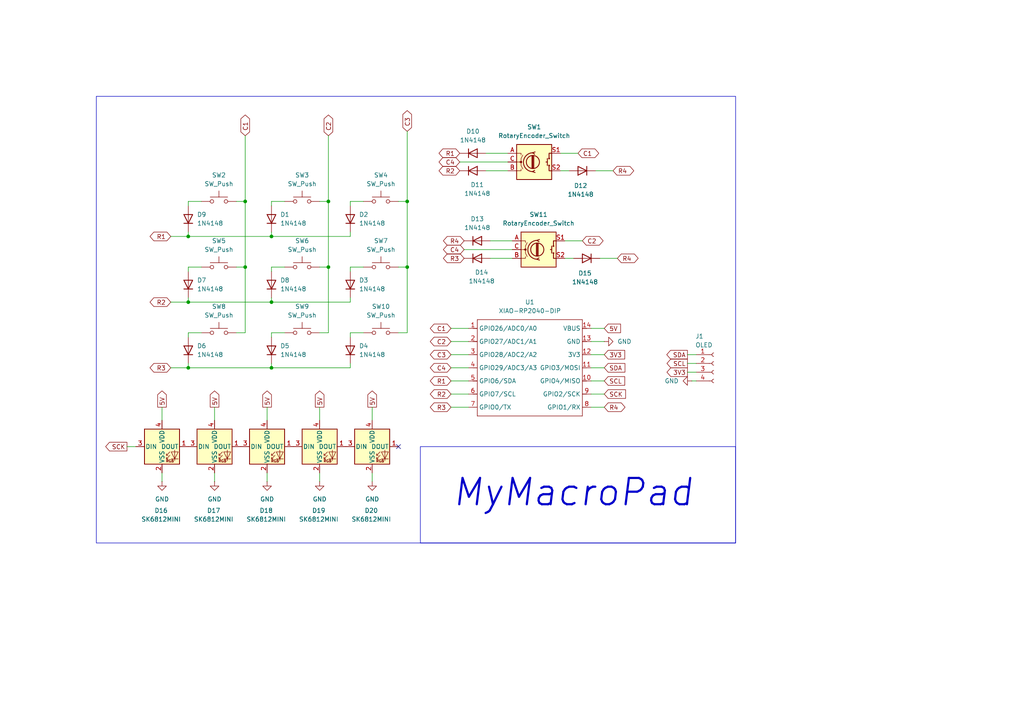
<source format=kicad_sch>
(kicad_sch
	(version 20231120)
	(generator "eeschema")
	(generator_version "8.0")
	(uuid "afd38974-8771-4026-996f-a6337965c615")
	(paper "A4")
	(lib_symbols
		(symbol "Connector:Conn_01x04_Socket"
			(pin_names
				(offset 1.016) hide)
			(exclude_from_sim no)
			(in_bom yes)
			(on_board yes)
			(property "Reference" "J"
				(at 0 5.08 0)
				(effects
					(font
						(size 1.27 1.27)
					)
				)
			)
			(property "Value" "Conn_01x04_Socket"
				(at 0 -7.62 0)
				(effects
					(font
						(size 1.27 1.27)
					)
				)
			)
			(property "Footprint" ""
				(at 0 0 0)
				(effects
					(font
						(size 1.27 1.27)
					)
					(hide yes)
				)
			)
			(property "Datasheet" "~"
				(at 0 0 0)
				(effects
					(font
						(size 1.27 1.27)
					)
					(hide yes)
				)
			)
			(property "Description" "Generic connector, single row, 01x04, script generated"
				(at 0 0 0)
				(effects
					(font
						(size 1.27 1.27)
					)
					(hide yes)
				)
			)
			(property "ki_locked" ""
				(at 0 0 0)
				(effects
					(font
						(size 1.27 1.27)
					)
				)
			)
			(property "ki_keywords" "connector"
				(at 0 0 0)
				(effects
					(font
						(size 1.27 1.27)
					)
					(hide yes)
				)
			)
			(property "ki_fp_filters" "Connector*:*_1x??_*"
				(at 0 0 0)
				(effects
					(font
						(size 1.27 1.27)
					)
					(hide yes)
				)
			)
			(symbol "Conn_01x04_Socket_1_1"
				(arc
					(start 0 -4.572)
					(mid -0.5058 -5.08)
					(end 0 -5.588)
					(stroke
						(width 0.1524)
						(type default)
					)
					(fill
						(type none)
					)
				)
				(arc
					(start 0 -2.032)
					(mid -0.5058 -2.54)
					(end 0 -3.048)
					(stroke
						(width 0.1524)
						(type default)
					)
					(fill
						(type none)
					)
				)
				(polyline
					(pts
						(xy -1.27 -5.08) (xy -0.508 -5.08)
					)
					(stroke
						(width 0.1524)
						(type default)
					)
					(fill
						(type none)
					)
				)
				(polyline
					(pts
						(xy -1.27 -2.54) (xy -0.508 -2.54)
					)
					(stroke
						(width 0.1524)
						(type default)
					)
					(fill
						(type none)
					)
				)
				(polyline
					(pts
						(xy -1.27 0) (xy -0.508 0)
					)
					(stroke
						(width 0.1524)
						(type default)
					)
					(fill
						(type none)
					)
				)
				(polyline
					(pts
						(xy -1.27 2.54) (xy -0.508 2.54)
					)
					(stroke
						(width 0.1524)
						(type default)
					)
					(fill
						(type none)
					)
				)
				(arc
					(start 0 0.508)
					(mid -0.5058 0)
					(end 0 -0.508)
					(stroke
						(width 0.1524)
						(type default)
					)
					(fill
						(type none)
					)
				)
				(arc
					(start 0 3.048)
					(mid -0.5058 2.54)
					(end 0 2.032)
					(stroke
						(width 0.1524)
						(type default)
					)
					(fill
						(type none)
					)
				)
				(pin passive line
					(at -5.08 2.54 0)
					(length 3.81)
					(name "Pin_1"
						(effects
							(font
								(size 1.27 1.27)
							)
						)
					)
					(number "1"
						(effects
							(font
								(size 1.27 1.27)
							)
						)
					)
				)
				(pin passive line
					(at -5.08 0 0)
					(length 3.81)
					(name "Pin_2"
						(effects
							(font
								(size 1.27 1.27)
							)
						)
					)
					(number "2"
						(effects
							(font
								(size 1.27 1.27)
							)
						)
					)
				)
				(pin passive line
					(at -5.08 -2.54 0)
					(length 3.81)
					(name "Pin_3"
						(effects
							(font
								(size 1.27 1.27)
							)
						)
					)
					(number "3"
						(effects
							(font
								(size 1.27 1.27)
							)
						)
					)
				)
				(pin passive line
					(at -5.08 -5.08 0)
					(length 3.81)
					(name "Pin_4"
						(effects
							(font
								(size 1.27 1.27)
							)
						)
					)
					(number "4"
						(effects
							(font
								(size 1.27 1.27)
							)
						)
					)
				)
			)
		)
		(symbol "Device:RotaryEncoder_Switch"
			(pin_names
				(offset 0.254) hide)
			(exclude_from_sim no)
			(in_bom yes)
			(on_board yes)
			(property "Reference" "SW"
				(at 0 6.604 0)
				(effects
					(font
						(size 1.27 1.27)
					)
				)
			)
			(property "Value" "RotaryEncoder_Switch"
				(at 0 -6.604 0)
				(effects
					(font
						(size 1.27 1.27)
					)
				)
			)
			(property "Footprint" ""
				(at -3.81 4.064 0)
				(effects
					(font
						(size 1.27 1.27)
					)
					(hide yes)
				)
			)
			(property "Datasheet" "~"
				(at 0 6.604 0)
				(effects
					(font
						(size 1.27 1.27)
					)
					(hide yes)
				)
			)
			(property "Description" "Rotary encoder, dual channel, incremental quadrate outputs, with switch"
				(at 0 0 0)
				(effects
					(font
						(size 1.27 1.27)
					)
					(hide yes)
				)
			)
			(property "ki_keywords" "rotary switch encoder switch push button"
				(at 0 0 0)
				(effects
					(font
						(size 1.27 1.27)
					)
					(hide yes)
				)
			)
			(property "ki_fp_filters" "RotaryEncoder*Switch*"
				(at 0 0 0)
				(effects
					(font
						(size 1.27 1.27)
					)
					(hide yes)
				)
			)
			(symbol "RotaryEncoder_Switch_0_1"
				(rectangle
					(start -5.08 5.08)
					(end 5.08 -5.08)
					(stroke
						(width 0.254)
						(type default)
					)
					(fill
						(type background)
					)
				)
				(circle
					(center -3.81 0)
					(radius 0.254)
					(stroke
						(width 0)
						(type default)
					)
					(fill
						(type outline)
					)
				)
				(circle
					(center -0.381 0)
					(radius 1.905)
					(stroke
						(width 0.254)
						(type default)
					)
					(fill
						(type none)
					)
				)
				(arc
					(start -0.381 2.667)
					(mid -3.0988 -0.0635)
					(end -0.381 -2.794)
					(stroke
						(width 0.254)
						(type default)
					)
					(fill
						(type none)
					)
				)
				(polyline
					(pts
						(xy -0.635 -1.778) (xy -0.635 1.778)
					)
					(stroke
						(width 0.254)
						(type default)
					)
					(fill
						(type none)
					)
				)
				(polyline
					(pts
						(xy -0.381 -1.778) (xy -0.381 1.778)
					)
					(stroke
						(width 0.254)
						(type default)
					)
					(fill
						(type none)
					)
				)
				(polyline
					(pts
						(xy -0.127 1.778) (xy -0.127 -1.778)
					)
					(stroke
						(width 0.254)
						(type default)
					)
					(fill
						(type none)
					)
				)
				(polyline
					(pts
						(xy 3.81 0) (xy 3.429 0)
					)
					(stroke
						(width 0.254)
						(type default)
					)
					(fill
						(type none)
					)
				)
				(polyline
					(pts
						(xy 3.81 1.016) (xy 3.81 -1.016)
					)
					(stroke
						(width 0.254)
						(type default)
					)
					(fill
						(type none)
					)
				)
				(polyline
					(pts
						(xy -5.08 -2.54) (xy -3.81 -2.54) (xy -3.81 -2.032)
					)
					(stroke
						(width 0)
						(type default)
					)
					(fill
						(type none)
					)
				)
				(polyline
					(pts
						(xy -5.08 2.54) (xy -3.81 2.54) (xy -3.81 2.032)
					)
					(stroke
						(width 0)
						(type default)
					)
					(fill
						(type none)
					)
				)
				(polyline
					(pts
						(xy 0.254 -3.048) (xy -0.508 -2.794) (xy 0.127 -2.413)
					)
					(stroke
						(width 0.254)
						(type default)
					)
					(fill
						(type none)
					)
				)
				(polyline
					(pts
						(xy 0.254 2.921) (xy -0.508 2.667) (xy 0.127 2.286)
					)
					(stroke
						(width 0.254)
						(type default)
					)
					(fill
						(type none)
					)
				)
				(polyline
					(pts
						(xy 5.08 -2.54) (xy 4.318 -2.54) (xy 4.318 -1.016)
					)
					(stroke
						(width 0.254)
						(type default)
					)
					(fill
						(type none)
					)
				)
				(polyline
					(pts
						(xy 5.08 2.54) (xy 4.318 2.54) (xy 4.318 1.016)
					)
					(stroke
						(width 0.254)
						(type default)
					)
					(fill
						(type none)
					)
				)
				(polyline
					(pts
						(xy -5.08 0) (xy -3.81 0) (xy -3.81 -1.016) (xy -3.302 -2.032)
					)
					(stroke
						(width 0)
						(type default)
					)
					(fill
						(type none)
					)
				)
				(polyline
					(pts
						(xy -4.318 0) (xy -3.81 0) (xy -3.81 1.016) (xy -3.302 2.032)
					)
					(stroke
						(width 0)
						(type default)
					)
					(fill
						(type none)
					)
				)
				(circle
					(center 4.318 -1.016)
					(radius 0.127)
					(stroke
						(width 0.254)
						(type default)
					)
					(fill
						(type none)
					)
				)
				(circle
					(center 4.318 1.016)
					(radius 0.127)
					(stroke
						(width 0.254)
						(type default)
					)
					(fill
						(type none)
					)
				)
			)
			(symbol "RotaryEncoder_Switch_1_1"
				(pin passive line
					(at -7.62 2.54 0)
					(length 2.54)
					(name "A"
						(effects
							(font
								(size 1.27 1.27)
							)
						)
					)
					(number "A"
						(effects
							(font
								(size 1.27 1.27)
							)
						)
					)
				)
				(pin passive line
					(at -7.62 -2.54 0)
					(length 2.54)
					(name "B"
						(effects
							(font
								(size 1.27 1.27)
							)
						)
					)
					(number "B"
						(effects
							(font
								(size 1.27 1.27)
							)
						)
					)
				)
				(pin passive line
					(at -7.62 0 0)
					(length 2.54)
					(name "C"
						(effects
							(font
								(size 1.27 1.27)
							)
						)
					)
					(number "C"
						(effects
							(font
								(size 1.27 1.27)
							)
						)
					)
				)
				(pin passive line
					(at 7.62 2.54 180)
					(length 2.54)
					(name "S1"
						(effects
							(font
								(size 1.27 1.27)
							)
						)
					)
					(number "S1"
						(effects
							(font
								(size 1.27 1.27)
							)
						)
					)
				)
				(pin passive line
					(at 7.62 -2.54 180)
					(length 2.54)
					(name "S2"
						(effects
							(font
								(size 1.27 1.27)
							)
						)
					)
					(number "S2"
						(effects
							(font
								(size 1.27 1.27)
							)
						)
					)
				)
			)
		)
		(symbol "Diode:1N4148"
			(pin_numbers hide)
			(pin_names hide)
			(exclude_from_sim no)
			(in_bom yes)
			(on_board yes)
			(property "Reference" "D"
				(at 0 2.54 0)
				(effects
					(font
						(size 1.27 1.27)
					)
				)
			)
			(property "Value" "1N4148"
				(at 0 -2.54 0)
				(effects
					(font
						(size 1.27 1.27)
					)
				)
			)
			(property "Footprint" "Diode_THT:D_DO-35_SOD27_P7.62mm_Horizontal"
				(at 0 0 0)
				(effects
					(font
						(size 1.27 1.27)
					)
					(hide yes)
				)
			)
			(property "Datasheet" "https://assets.nexperia.com/documents/data-sheet/1N4148_1N4448.pdf"
				(at 0 0 0)
				(effects
					(font
						(size 1.27 1.27)
					)
					(hide yes)
				)
			)
			(property "Description" "100V 0.15A standard switching diode, DO-35"
				(at 0 0 0)
				(effects
					(font
						(size 1.27 1.27)
					)
					(hide yes)
				)
			)
			(property "Sim.Device" "D"
				(at 0 0 0)
				(effects
					(font
						(size 1.27 1.27)
					)
					(hide yes)
				)
			)
			(property "Sim.Pins" "1=K 2=A"
				(at 0 0 0)
				(effects
					(font
						(size 1.27 1.27)
					)
					(hide yes)
				)
			)
			(property "ki_keywords" "diode"
				(at 0 0 0)
				(effects
					(font
						(size 1.27 1.27)
					)
					(hide yes)
				)
			)
			(property "ki_fp_filters" "D*DO?35*"
				(at 0 0 0)
				(effects
					(font
						(size 1.27 1.27)
					)
					(hide yes)
				)
			)
			(symbol "1N4148_0_1"
				(polyline
					(pts
						(xy -1.27 1.27) (xy -1.27 -1.27)
					)
					(stroke
						(width 0.254)
						(type default)
					)
					(fill
						(type none)
					)
				)
				(polyline
					(pts
						(xy 1.27 0) (xy -1.27 0)
					)
					(stroke
						(width 0)
						(type default)
					)
					(fill
						(type none)
					)
				)
				(polyline
					(pts
						(xy 1.27 1.27) (xy 1.27 -1.27) (xy -1.27 0) (xy 1.27 1.27)
					)
					(stroke
						(width 0.254)
						(type default)
					)
					(fill
						(type none)
					)
				)
			)
			(symbol "1N4148_1_1"
				(pin passive line
					(at -3.81 0 0)
					(length 2.54)
					(name "K"
						(effects
							(font
								(size 1.27 1.27)
							)
						)
					)
					(number "1"
						(effects
							(font
								(size 1.27 1.27)
							)
						)
					)
				)
				(pin passive line
					(at 3.81 0 180)
					(length 2.54)
					(name "A"
						(effects
							(font
								(size 1.27 1.27)
							)
						)
					)
					(number "2"
						(effects
							(font
								(size 1.27 1.27)
							)
						)
					)
				)
			)
		)
		(symbol "LED:SK6812MINI"
			(pin_names
				(offset 0.254)
			)
			(exclude_from_sim no)
			(in_bom yes)
			(on_board yes)
			(property "Reference" "D"
				(at 5.08 5.715 0)
				(effects
					(font
						(size 1.27 1.27)
					)
					(justify right bottom)
				)
			)
			(property "Value" "SK6812MINI"
				(at 1.27 -5.715 0)
				(effects
					(font
						(size 1.27 1.27)
					)
					(justify left top)
				)
			)
			(property "Footprint" "LED_SMD:LED_SK6812MINI_PLCC4_3.5x3.5mm_P1.75mm"
				(at 1.27 -7.62 0)
				(effects
					(font
						(size 1.27 1.27)
					)
					(justify left top)
					(hide yes)
				)
			)
			(property "Datasheet" "https://cdn-shop.adafruit.com/product-files/2686/SK6812MINI_REV.01-1-2.pdf"
				(at 2.54 -9.525 0)
				(effects
					(font
						(size 1.27 1.27)
					)
					(justify left top)
					(hide yes)
				)
			)
			(property "Description" "RGB LED with integrated controller"
				(at 0 0 0)
				(effects
					(font
						(size 1.27 1.27)
					)
					(hide yes)
				)
			)
			(property "ki_keywords" "RGB LED NeoPixel Mini addressable"
				(at 0 0 0)
				(effects
					(font
						(size 1.27 1.27)
					)
					(hide yes)
				)
			)
			(property "ki_fp_filters" "LED*SK6812MINI*PLCC*3.5x3.5mm*P1.75mm*"
				(at 0 0 0)
				(effects
					(font
						(size 1.27 1.27)
					)
					(hide yes)
				)
			)
			(symbol "SK6812MINI_0_0"
				(text "RGB"
					(at 2.286 -4.191 0)
					(effects
						(font
							(size 0.762 0.762)
						)
					)
				)
			)
			(symbol "SK6812MINI_0_1"
				(polyline
					(pts
						(xy 1.27 -3.556) (xy 1.778 -3.556)
					)
					(stroke
						(width 0)
						(type default)
					)
					(fill
						(type none)
					)
				)
				(polyline
					(pts
						(xy 1.27 -2.54) (xy 1.778 -2.54)
					)
					(stroke
						(width 0)
						(type default)
					)
					(fill
						(type none)
					)
				)
				(polyline
					(pts
						(xy 4.699 -3.556) (xy 2.667 -3.556)
					)
					(stroke
						(width 0)
						(type default)
					)
					(fill
						(type none)
					)
				)
				(polyline
					(pts
						(xy 2.286 -2.54) (xy 1.27 -3.556) (xy 1.27 -3.048)
					)
					(stroke
						(width 0)
						(type default)
					)
					(fill
						(type none)
					)
				)
				(polyline
					(pts
						(xy 2.286 -1.524) (xy 1.27 -2.54) (xy 1.27 -2.032)
					)
					(stroke
						(width 0)
						(type default)
					)
					(fill
						(type none)
					)
				)
				(polyline
					(pts
						(xy 3.683 -1.016) (xy 3.683 -3.556) (xy 3.683 -4.064)
					)
					(stroke
						(width 0)
						(type default)
					)
					(fill
						(type none)
					)
				)
				(polyline
					(pts
						(xy 4.699 -1.524) (xy 2.667 -1.524) (xy 3.683 -3.556) (xy 4.699 -1.524)
					)
					(stroke
						(width 0)
						(type default)
					)
					(fill
						(type none)
					)
				)
				(rectangle
					(start 5.08 5.08)
					(end -5.08 -5.08)
					(stroke
						(width 0.254)
						(type default)
					)
					(fill
						(type background)
					)
				)
			)
			(symbol "SK6812MINI_1_1"
				(pin output line
					(at 7.62 0 180)
					(length 2.54)
					(name "DOUT"
						(effects
							(font
								(size 1.27 1.27)
							)
						)
					)
					(number "1"
						(effects
							(font
								(size 1.27 1.27)
							)
						)
					)
				)
				(pin power_in line
					(at 0 -7.62 90)
					(length 2.54)
					(name "VSS"
						(effects
							(font
								(size 1.27 1.27)
							)
						)
					)
					(number "2"
						(effects
							(font
								(size 1.27 1.27)
							)
						)
					)
				)
				(pin input line
					(at -7.62 0 0)
					(length 2.54)
					(name "DIN"
						(effects
							(font
								(size 1.27 1.27)
							)
						)
					)
					(number "3"
						(effects
							(font
								(size 1.27 1.27)
							)
						)
					)
				)
				(pin power_in line
					(at 0 7.62 270)
					(length 2.54)
					(name "VDD"
						(effects
							(font
								(size 1.27 1.27)
							)
						)
					)
					(number "4"
						(effects
							(font
								(size 1.27 1.27)
							)
						)
					)
				)
			)
		)
		(symbol "Switch:SW_Push"
			(pin_numbers hide)
			(pin_names
				(offset 1.016) hide)
			(exclude_from_sim no)
			(in_bom yes)
			(on_board yes)
			(property "Reference" "SW"
				(at 1.27 2.54 0)
				(effects
					(font
						(size 1.27 1.27)
					)
					(justify left)
				)
			)
			(property "Value" "SW_Push"
				(at 0 -1.524 0)
				(effects
					(font
						(size 1.27 1.27)
					)
				)
			)
			(property "Footprint" ""
				(at 0 5.08 0)
				(effects
					(font
						(size 1.27 1.27)
					)
					(hide yes)
				)
			)
			(property "Datasheet" "~"
				(at 0 5.08 0)
				(effects
					(font
						(size 1.27 1.27)
					)
					(hide yes)
				)
			)
			(property "Description" "Push button switch, generic, two pins"
				(at 0 0 0)
				(effects
					(font
						(size 1.27 1.27)
					)
					(hide yes)
				)
			)
			(property "ki_keywords" "switch normally-open pushbutton push-button"
				(at 0 0 0)
				(effects
					(font
						(size 1.27 1.27)
					)
					(hide yes)
				)
			)
			(symbol "SW_Push_0_1"
				(circle
					(center -2.032 0)
					(radius 0.508)
					(stroke
						(width 0)
						(type default)
					)
					(fill
						(type none)
					)
				)
				(polyline
					(pts
						(xy 0 1.27) (xy 0 3.048)
					)
					(stroke
						(width 0)
						(type default)
					)
					(fill
						(type none)
					)
				)
				(polyline
					(pts
						(xy 2.54 1.27) (xy -2.54 1.27)
					)
					(stroke
						(width 0)
						(type default)
					)
					(fill
						(type none)
					)
				)
				(circle
					(center 2.032 0)
					(radius 0.508)
					(stroke
						(width 0)
						(type default)
					)
					(fill
						(type none)
					)
				)
				(pin passive line
					(at -5.08 0 0)
					(length 2.54)
					(name "1"
						(effects
							(font
								(size 1.27 1.27)
							)
						)
					)
					(number "1"
						(effects
							(font
								(size 1.27 1.27)
							)
						)
					)
				)
				(pin passive line
					(at 5.08 0 180)
					(length 2.54)
					(name "2"
						(effects
							(font
								(size 1.27 1.27)
							)
						)
					)
					(number "2"
						(effects
							(font
								(size 1.27 1.27)
							)
						)
					)
				)
			)
		)
		(symbol "XIAO:XIAO-RP2040-DIP"
			(exclude_from_sim no)
			(in_bom yes)
			(on_board yes)
			(property "Reference" "U"
				(at 0 0 0)
				(effects
					(font
						(size 1.27 1.27)
					)
				)
			)
			(property "Value" "XIAO-RP2040-DIP"
				(at 5.334 -1.778 0)
				(effects
					(font
						(size 1.27 1.27)
					)
				)
			)
			(property "Footprint" "Module:MOUDLE14P-XIAO-DIP-SMD"
				(at 14.478 -32.258 0)
				(effects
					(font
						(size 1.27 1.27)
					)
					(hide yes)
				)
			)
			(property "Datasheet" ""
				(at 0 0 0)
				(effects
					(font
						(size 1.27 1.27)
					)
					(hide yes)
				)
			)
			(property "Description" ""
				(at 0 0 0)
				(effects
					(font
						(size 1.27 1.27)
					)
					(hide yes)
				)
			)
			(symbol "XIAO-RP2040-DIP_1_0"
				(polyline
					(pts
						(xy -1.27 -30.48) (xy -1.27 -16.51)
					)
					(stroke
						(width 0.1524)
						(type solid)
					)
					(fill
						(type none)
					)
				)
				(polyline
					(pts
						(xy -1.27 -27.94) (xy -2.54 -27.94)
					)
					(stroke
						(width 0.1524)
						(type solid)
					)
					(fill
						(type none)
					)
				)
				(polyline
					(pts
						(xy -1.27 -24.13) (xy -2.54 -24.13)
					)
					(stroke
						(width 0.1524)
						(type solid)
					)
					(fill
						(type none)
					)
				)
				(polyline
					(pts
						(xy -1.27 -20.32) (xy -2.54 -20.32)
					)
					(stroke
						(width 0.1524)
						(type solid)
					)
					(fill
						(type none)
					)
				)
				(polyline
					(pts
						(xy -1.27 -16.51) (xy -2.54 -16.51)
					)
					(stroke
						(width 0.1524)
						(type solid)
					)
					(fill
						(type none)
					)
				)
				(polyline
					(pts
						(xy -1.27 -16.51) (xy -1.27 -12.7)
					)
					(stroke
						(width 0.1524)
						(type solid)
					)
					(fill
						(type none)
					)
				)
				(polyline
					(pts
						(xy -1.27 -12.7) (xy -2.54 -12.7)
					)
					(stroke
						(width 0.1524)
						(type solid)
					)
					(fill
						(type none)
					)
				)
				(polyline
					(pts
						(xy -1.27 -12.7) (xy -1.27 -8.89)
					)
					(stroke
						(width 0.1524)
						(type solid)
					)
					(fill
						(type none)
					)
				)
				(polyline
					(pts
						(xy -1.27 -8.89) (xy -2.54 -8.89)
					)
					(stroke
						(width 0.1524)
						(type solid)
					)
					(fill
						(type none)
					)
				)
				(polyline
					(pts
						(xy -1.27 -8.89) (xy -1.27 -5.08)
					)
					(stroke
						(width 0.1524)
						(type solid)
					)
					(fill
						(type none)
					)
				)
				(polyline
					(pts
						(xy -1.27 -5.08) (xy -2.54 -5.08)
					)
					(stroke
						(width 0.1524)
						(type solid)
					)
					(fill
						(type none)
					)
				)
				(polyline
					(pts
						(xy -1.27 -5.08) (xy -1.27 -2.54)
					)
					(stroke
						(width 0.1524)
						(type solid)
					)
					(fill
						(type none)
					)
				)
				(polyline
					(pts
						(xy -1.27 -2.54) (xy 29.21 -2.54)
					)
					(stroke
						(width 0.1524)
						(type solid)
					)
					(fill
						(type none)
					)
				)
				(polyline
					(pts
						(xy 29.21 -30.48) (xy -1.27 -30.48)
					)
					(stroke
						(width 0.1524)
						(type solid)
					)
					(fill
						(type none)
					)
				)
				(polyline
					(pts
						(xy 29.21 -12.7) (xy 29.21 -30.48)
					)
					(stroke
						(width 0.1524)
						(type solid)
					)
					(fill
						(type none)
					)
				)
				(polyline
					(pts
						(xy 29.21 -8.89) (xy 29.21 -12.7)
					)
					(stroke
						(width 0.1524)
						(type solid)
					)
					(fill
						(type none)
					)
				)
				(polyline
					(pts
						(xy 29.21 -5.08) (xy 29.21 -8.89)
					)
					(stroke
						(width 0.1524)
						(type solid)
					)
					(fill
						(type none)
					)
				)
				(polyline
					(pts
						(xy 29.21 -2.54) (xy 29.21 -5.08)
					)
					(stroke
						(width 0.1524)
						(type solid)
					)
					(fill
						(type none)
					)
				)
				(polyline
					(pts
						(xy 30.48 -27.94) (xy 29.21 -27.94)
					)
					(stroke
						(width 0.1524)
						(type solid)
					)
					(fill
						(type none)
					)
				)
				(polyline
					(pts
						(xy 30.48 -24.13) (xy 29.21 -24.13)
					)
					(stroke
						(width 0.1524)
						(type solid)
					)
					(fill
						(type none)
					)
				)
				(polyline
					(pts
						(xy 30.48 -20.32) (xy 29.21 -20.32)
					)
					(stroke
						(width 0.1524)
						(type solid)
					)
					(fill
						(type none)
					)
				)
				(polyline
					(pts
						(xy 30.48 -16.51) (xy 29.21 -16.51)
					)
					(stroke
						(width 0.1524)
						(type solid)
					)
					(fill
						(type none)
					)
				)
				(polyline
					(pts
						(xy 30.48 -12.7) (xy 29.21 -12.7)
					)
					(stroke
						(width 0.1524)
						(type solid)
					)
					(fill
						(type none)
					)
				)
				(polyline
					(pts
						(xy 30.48 -8.89) (xy 29.21 -8.89)
					)
					(stroke
						(width 0.1524)
						(type solid)
					)
					(fill
						(type none)
					)
				)
				(polyline
					(pts
						(xy 30.48 -5.08) (xy 29.21 -5.08)
					)
					(stroke
						(width 0.1524)
						(type solid)
					)
					(fill
						(type none)
					)
				)
				(pin passive line
					(at -3.81 -5.08 0)
					(length 2.54)
					(name "GPIO26/ADC0/A0"
						(effects
							(font
								(size 1.27 1.27)
							)
						)
					)
					(number "1"
						(effects
							(font
								(size 1.27 1.27)
							)
						)
					)
				)
				(pin passive line
					(at 31.75 -20.32 180)
					(length 2.54)
					(name "GPIO4/MISO"
						(effects
							(font
								(size 1.27 1.27)
							)
						)
					)
					(number "10"
						(effects
							(font
								(size 1.27 1.27)
							)
						)
					)
				)
				(pin passive line
					(at 31.75 -16.51 180)
					(length 2.54)
					(name "GPIO3/MOSI"
						(effects
							(font
								(size 1.27 1.27)
							)
						)
					)
					(number "11"
						(effects
							(font
								(size 1.27 1.27)
							)
						)
					)
				)
				(pin passive line
					(at 31.75 -12.7 180)
					(length 2.54)
					(name "3V3"
						(effects
							(font
								(size 1.27 1.27)
							)
						)
					)
					(number "12"
						(effects
							(font
								(size 1.27 1.27)
							)
						)
					)
				)
				(pin passive line
					(at 31.75 -8.89 180)
					(length 2.54)
					(name "GND"
						(effects
							(font
								(size 1.27 1.27)
							)
						)
					)
					(number "13"
						(effects
							(font
								(size 1.27 1.27)
							)
						)
					)
				)
				(pin passive line
					(at 31.75 -5.08 180)
					(length 2.54)
					(name "VBUS"
						(effects
							(font
								(size 1.27 1.27)
							)
						)
					)
					(number "14"
						(effects
							(font
								(size 1.27 1.27)
							)
						)
					)
				)
				(pin passive line
					(at -3.81 -8.89 0)
					(length 2.54)
					(name "GPIO27/ADC1/A1"
						(effects
							(font
								(size 1.27 1.27)
							)
						)
					)
					(number "2"
						(effects
							(font
								(size 1.27 1.27)
							)
						)
					)
				)
				(pin passive line
					(at -3.81 -12.7 0)
					(length 2.54)
					(name "GPIO28/ADC2/A2"
						(effects
							(font
								(size 1.27 1.27)
							)
						)
					)
					(number "3"
						(effects
							(font
								(size 1.27 1.27)
							)
						)
					)
				)
				(pin passive line
					(at -3.81 -16.51 0)
					(length 2.54)
					(name "GPIO29/ADC3/A3"
						(effects
							(font
								(size 1.27 1.27)
							)
						)
					)
					(number "4"
						(effects
							(font
								(size 1.27 1.27)
							)
						)
					)
				)
				(pin passive line
					(at -3.81 -20.32 0)
					(length 2.54)
					(name "GPIO6/SDA"
						(effects
							(font
								(size 1.27 1.27)
							)
						)
					)
					(number "5"
						(effects
							(font
								(size 1.27 1.27)
							)
						)
					)
				)
				(pin passive line
					(at -3.81 -24.13 0)
					(length 2.54)
					(name "GPIO7/SCL"
						(effects
							(font
								(size 1.27 1.27)
							)
						)
					)
					(number "6"
						(effects
							(font
								(size 1.27 1.27)
							)
						)
					)
				)
				(pin passive line
					(at -3.81 -27.94 0)
					(length 2.54)
					(name "GPIO0/TX"
						(effects
							(font
								(size 1.27 1.27)
							)
						)
					)
					(number "7"
						(effects
							(font
								(size 1.27 1.27)
							)
						)
					)
				)
				(pin passive line
					(at 31.75 -27.94 180)
					(length 2.54)
					(name "GPIO1/RX"
						(effects
							(font
								(size 1.27 1.27)
							)
						)
					)
					(number "8"
						(effects
							(font
								(size 1.27 1.27)
							)
						)
					)
				)
				(pin passive line
					(at 31.75 -24.13 180)
					(length 2.54)
					(name "GPIO2/SCK"
						(effects
							(font
								(size 1.27 1.27)
							)
						)
					)
					(number "9"
						(effects
							(font
								(size 1.27 1.27)
							)
						)
					)
				)
			)
		)
		(symbol "power:GND"
			(power)
			(pin_numbers hide)
			(pin_names
				(offset 0) hide)
			(exclude_from_sim no)
			(in_bom yes)
			(on_board yes)
			(property "Reference" "#PWR"
				(at 0 -6.35 0)
				(effects
					(font
						(size 1.27 1.27)
					)
					(hide yes)
				)
			)
			(property "Value" "GND"
				(at 0 -3.81 0)
				(effects
					(font
						(size 1.27 1.27)
					)
				)
			)
			(property "Footprint" ""
				(at 0 0 0)
				(effects
					(font
						(size 1.27 1.27)
					)
					(hide yes)
				)
			)
			(property "Datasheet" ""
				(at 0 0 0)
				(effects
					(font
						(size 1.27 1.27)
					)
					(hide yes)
				)
			)
			(property "Description" "Power symbol creates a global label with name \"GND\" , ground"
				(at 0 0 0)
				(effects
					(font
						(size 1.27 1.27)
					)
					(hide yes)
				)
			)
			(property "ki_keywords" "global power"
				(at 0 0 0)
				(effects
					(font
						(size 1.27 1.27)
					)
					(hide yes)
				)
			)
			(symbol "GND_0_1"
				(polyline
					(pts
						(xy 0 0) (xy 0 -1.27) (xy 1.27 -1.27) (xy 0 -2.54) (xy -1.27 -1.27) (xy 0 -1.27)
					)
					(stroke
						(width 0)
						(type default)
					)
					(fill
						(type none)
					)
				)
			)
			(symbol "GND_1_1"
				(pin power_in line
					(at 0 0 270)
					(length 0)
					(name "~"
						(effects
							(font
								(size 1.27 1.27)
							)
						)
					)
					(number "1"
						(effects
							(font
								(size 1.27 1.27)
							)
						)
					)
				)
			)
		)
	)
	(junction
		(at 71.12 58.42)
		(diameter 0)
		(color 0 0 0 0)
		(uuid "1588f702-3e12-45ff-9756-db8d6c146d25")
	)
	(junction
		(at 78.74 68.58)
		(diameter 0)
		(color 0 0 0 0)
		(uuid "2b0adae5-0b21-40f3-b104-70534d13af16")
	)
	(junction
		(at 118.11 77.47)
		(diameter 0)
		(color 0 0 0 0)
		(uuid "70f0ef13-9185-40a5-be02-8306c1eb2385")
	)
	(junction
		(at 95.25 58.42)
		(diameter 0)
		(color 0 0 0 0)
		(uuid "95f0b23b-b5dc-4c7e-93b7-1773147f11d5")
	)
	(junction
		(at 71.12 77.47)
		(diameter 0)
		(color 0 0 0 0)
		(uuid "9a11b523-7aef-48b0-bdac-97c377abbc39")
	)
	(junction
		(at 54.61 106.68)
		(diameter 0)
		(color 0 0 0 0)
		(uuid "9f2c7ec4-d093-4291-bb1a-6cb8ed92726f")
	)
	(junction
		(at 54.61 87.63)
		(diameter 0)
		(color 0 0 0 0)
		(uuid "a95b2488-2ce1-4e78-8cf3-c95d9de0617d")
	)
	(junction
		(at 78.74 106.68)
		(diameter 0)
		(color 0 0 0 0)
		(uuid "ae1b8aee-c31b-4bad-9c2a-8c0e8477ab3f")
	)
	(junction
		(at 95.25 77.47)
		(diameter 0)
		(color 0 0 0 0)
		(uuid "bc374e65-e495-401d-beb4-2a76d4482403")
	)
	(junction
		(at 118.11 58.42)
		(diameter 0)
		(color 0 0 0 0)
		(uuid "ca6075ef-7fba-4b63-92e6-e40e2dffa59a")
	)
	(junction
		(at 54.61 68.58)
		(diameter 0)
		(color 0 0 0 0)
		(uuid "f4dcff88-d519-4cbc-bcf7-778099282165")
	)
	(junction
		(at 78.74 87.63)
		(diameter 0)
		(color 0 0 0 0)
		(uuid "f53642e6-ad00-4659-9c01-1249dde75a90")
	)
	(no_connect
		(at 115.57 129.54)
		(uuid "633749f6-9da1-4c2e-bfc4-d185f3a877ca")
	)
	(wire
		(pts
			(xy 78.74 86.36) (xy 78.74 87.63)
		)
		(stroke
			(width 0)
			(type default)
		)
		(uuid "00223c31-95c1-4c54-9fd3-fc79d5219b8f")
	)
	(wire
		(pts
			(xy 101.6 77.47) (xy 105.41 77.47)
		)
		(stroke
			(width 0)
			(type default)
		)
		(uuid "0573a0b7-77a4-40ba-bcbc-68a01f8d6b7d")
	)
	(wire
		(pts
			(xy 95.25 58.42) (xy 95.25 77.47)
		)
		(stroke
			(width 0)
			(type default)
		)
		(uuid "0be2a05c-8cd2-4081-b969-e5e006bbb758")
	)
	(wire
		(pts
			(xy 101.6 67.31) (xy 101.6 68.58)
		)
		(stroke
			(width 0)
			(type default)
		)
		(uuid "0cad5cf4-77e5-42a4-8e1b-cc5de0cf8529")
	)
	(wire
		(pts
			(xy 130.81 118.11) (xy 135.89 118.11)
		)
		(stroke
			(width 0)
			(type default)
		)
		(uuid "0e0c75ef-250d-4ef7-a72c-5ed479292994")
	)
	(wire
		(pts
			(xy 199.39 105.41) (xy 201.93 105.41)
		)
		(stroke
			(width 0)
			(type default)
		)
		(uuid "13bed9e6-e1e6-4215-8a31-2ecc721d71a3")
	)
	(wire
		(pts
			(xy 54.61 106.68) (xy 78.74 106.68)
		)
		(stroke
			(width 0)
			(type default)
		)
		(uuid "159158d9-7b70-44b2-9674-1d80468eeca3")
	)
	(wire
		(pts
			(xy 36.83 129.54) (xy 39.37 129.54)
		)
		(stroke
			(width 0)
			(type default)
		)
		(uuid "17f57562-8462-48bb-8868-9edb56fbc365")
	)
	(wire
		(pts
			(xy 62.23 118.11) (xy 62.23 121.92)
		)
		(stroke
			(width 0)
			(type default)
		)
		(uuid "1b272d2f-7de2-4d70-890c-e01e827c9c34")
	)
	(wire
		(pts
			(xy 171.45 110.49) (xy 175.26 110.49)
		)
		(stroke
			(width 0)
			(type default)
		)
		(uuid "1c77da23-88be-4bed-80a8-eaed88da49c1")
	)
	(wire
		(pts
			(xy 130.81 110.49) (xy 135.89 110.49)
		)
		(stroke
			(width 0)
			(type default)
		)
		(uuid "200f4bf5-32b3-49dd-84f3-93937f30a473")
	)
	(wire
		(pts
			(xy 162.56 44.45) (xy 167.64 44.45)
		)
		(stroke
			(width 0)
			(type default)
		)
		(uuid "206a7dcf-3eab-44c7-bd59-d55e1d3974fc")
	)
	(wire
		(pts
			(xy 95.25 39.37) (xy 95.25 58.42)
		)
		(stroke
			(width 0)
			(type default)
		)
		(uuid "20acadd0-c0da-491d-b082-2d5309e81936")
	)
	(wire
		(pts
			(xy 133.35 46.99) (xy 147.32 46.99)
		)
		(stroke
			(width 0)
			(type default)
		)
		(uuid "21b64cd6-87a6-4c5d-9405-9815022e31eb")
	)
	(wire
		(pts
			(xy 92.71 77.47) (xy 95.25 77.47)
		)
		(stroke
			(width 0)
			(type default)
		)
		(uuid "22a640c8-65d2-4fc7-b924-8620d39b0cab")
	)
	(wire
		(pts
			(xy 118.11 58.42) (xy 118.11 77.47)
		)
		(stroke
			(width 0)
			(type default)
		)
		(uuid "22cbd9a6-3133-40f9-a419-40c2d7671f4e")
	)
	(wire
		(pts
			(xy 78.74 96.52) (xy 82.55 96.52)
		)
		(stroke
			(width 0)
			(type default)
		)
		(uuid "2b092363-729a-4f7a-b4c7-6aaab844abc9")
	)
	(wire
		(pts
			(xy 171.45 106.68) (xy 175.26 106.68)
		)
		(stroke
			(width 0)
			(type default)
		)
		(uuid "2b376b64-0248-4e13-95cf-bbdf8c9b8710")
	)
	(wire
		(pts
			(xy 78.74 106.68) (xy 101.6 106.68)
		)
		(stroke
			(width 0)
			(type default)
		)
		(uuid "2fcee269-0235-449f-aa97-a0509e871771")
	)
	(wire
		(pts
			(xy 171.45 118.11) (xy 175.26 118.11)
		)
		(stroke
			(width 0)
			(type default)
		)
		(uuid "31fa9bf9-4f45-490a-a234-2f6f161e067c")
	)
	(wire
		(pts
			(xy 54.61 58.42) (xy 58.42 58.42)
		)
		(stroke
			(width 0)
			(type default)
		)
		(uuid "359a2856-06c8-4993-82d6-46780444b6ca")
	)
	(wire
		(pts
			(xy 54.61 77.47) (xy 58.42 77.47)
		)
		(stroke
			(width 0)
			(type default)
		)
		(uuid "3671a03f-a3de-4339-97e8-17be26fbb2bc")
	)
	(wire
		(pts
			(xy 130.81 114.3) (xy 135.89 114.3)
		)
		(stroke
			(width 0)
			(type default)
		)
		(uuid "3a07643d-6dcd-4983-bb5f-f4664b46f17a")
	)
	(wire
		(pts
			(xy 115.57 58.42) (xy 118.11 58.42)
		)
		(stroke
			(width 0)
			(type default)
		)
		(uuid "3c5f04bf-e965-4b13-864f-e9d97db4ca8f")
	)
	(wire
		(pts
			(xy 78.74 87.63) (xy 101.6 87.63)
		)
		(stroke
			(width 0)
			(type default)
		)
		(uuid "3ed51956-c59e-473e-b8cb-6010767a165e")
	)
	(wire
		(pts
			(xy 101.6 58.42) (xy 105.41 58.42)
		)
		(stroke
			(width 0)
			(type default)
		)
		(uuid "3fc56dae-1620-4553-a201-4bcdab82c493")
	)
	(wire
		(pts
			(xy 78.74 68.58) (xy 101.6 68.58)
		)
		(stroke
			(width 0)
			(type default)
		)
		(uuid "4111f4ec-fe4b-4a67-8c29-1c86fd7fd4cc")
	)
	(wire
		(pts
			(xy 54.61 86.36) (xy 54.61 87.63)
		)
		(stroke
			(width 0)
			(type default)
		)
		(uuid "413da635-5220-473c-9ef6-9b14236e4683")
	)
	(wire
		(pts
			(xy 130.81 106.68) (xy 135.89 106.68)
		)
		(stroke
			(width 0)
			(type default)
		)
		(uuid "445ba56c-9d81-4cf6-bbb3-1e3d978ee31f")
	)
	(wire
		(pts
			(xy 49.53 68.58) (xy 54.61 68.58)
		)
		(stroke
			(width 0)
			(type default)
		)
		(uuid "46c99436-52b6-4cab-931a-5f2853526f10")
	)
	(wire
		(pts
			(xy 62.23 137.16) (xy 62.23 139.7)
		)
		(stroke
			(width 0)
			(type default)
		)
		(uuid "46ce907f-a354-4969-a9ed-7efb5397facf")
	)
	(wire
		(pts
			(xy 78.74 78.74) (xy 78.74 77.47)
		)
		(stroke
			(width 0)
			(type default)
		)
		(uuid "5467398a-6453-4076-aad9-b328f75e82a2")
	)
	(wire
		(pts
			(xy 54.61 78.74) (xy 54.61 77.47)
		)
		(stroke
			(width 0)
			(type default)
		)
		(uuid "56899900-4b4c-4c9f-b3f1-5c9c931aae1a")
	)
	(wire
		(pts
			(xy 163.83 69.85) (xy 168.91 69.85)
		)
		(stroke
			(width 0)
			(type default)
		)
		(uuid "572022f8-1eb4-4d2a-9ee2-9938686fed8f")
	)
	(wire
		(pts
			(xy 101.6 105.41) (xy 101.6 106.68)
		)
		(stroke
			(width 0)
			(type default)
		)
		(uuid "58a23d53-01ee-4bdd-827a-0b7589509c83")
	)
	(wire
		(pts
			(xy 142.24 69.85) (xy 148.59 69.85)
		)
		(stroke
			(width 0)
			(type default)
		)
		(uuid "5a3d5a29-e79e-45d7-97d0-f709bfbfb1d6")
	)
	(wire
		(pts
			(xy 92.71 58.42) (xy 95.25 58.42)
		)
		(stroke
			(width 0)
			(type default)
		)
		(uuid "5e98e62c-ca7e-4880-b0bf-14934e962360")
	)
	(wire
		(pts
			(xy 140.97 44.45) (xy 147.32 44.45)
		)
		(stroke
			(width 0)
			(type default)
		)
		(uuid "6102bd2e-fa6c-428d-b4f8-7b19cde9d81e")
	)
	(wire
		(pts
			(xy 200.66 110.49) (xy 201.93 110.49)
		)
		(stroke
			(width 0)
			(type default)
		)
		(uuid "66c2a470-4875-4727-b74e-b92aac2ced55")
	)
	(wire
		(pts
			(xy 77.47 137.16) (xy 77.47 139.7)
		)
		(stroke
			(width 0)
			(type default)
		)
		(uuid "67e8eb61-4111-4e54-8c7c-17b6232cac18")
	)
	(wire
		(pts
			(xy 46.99 137.16) (xy 46.99 139.7)
		)
		(stroke
			(width 0)
			(type default)
		)
		(uuid "68ec437e-62f9-48db-976f-5ae73546dba3")
	)
	(wire
		(pts
			(xy 199.39 102.87) (xy 201.93 102.87)
		)
		(stroke
			(width 0)
			(type default)
		)
		(uuid "6ac1211d-89fa-4cef-90b6-a7a3a812a868")
	)
	(wire
		(pts
			(xy 173.99 74.93) (xy 179.07 74.93)
		)
		(stroke
			(width 0)
			(type default)
		)
		(uuid "6bdda020-212b-4b86-a503-9afea2471607")
	)
	(wire
		(pts
			(xy 95.25 77.47) (xy 95.25 96.52)
		)
		(stroke
			(width 0)
			(type default)
		)
		(uuid "70815460-17cc-4061-a09c-a9499aa68ede")
	)
	(wire
		(pts
			(xy 118.11 77.47) (xy 118.11 96.52)
		)
		(stroke
			(width 0)
			(type default)
		)
		(uuid "71e48c97-cdf6-447b-9c71-4695e14b59e8")
	)
	(wire
		(pts
			(xy 163.83 74.93) (xy 166.37 74.93)
		)
		(stroke
			(width 0)
			(type default)
		)
		(uuid "739c206e-7861-4fbf-a17d-3bf72c69018f")
	)
	(wire
		(pts
			(xy 78.74 67.31) (xy 78.74 68.58)
		)
		(stroke
			(width 0)
			(type default)
		)
		(uuid "81105ccf-80a3-4bc4-aa71-92e814e4410d")
	)
	(wire
		(pts
			(xy 68.58 77.47) (xy 71.12 77.47)
		)
		(stroke
			(width 0)
			(type default)
		)
		(uuid "8310c8f1-bd2f-4454-8b93-d086e437379d")
	)
	(wire
		(pts
			(xy 107.95 118.11) (xy 107.95 121.92)
		)
		(stroke
			(width 0)
			(type default)
		)
		(uuid "8694f642-3ddb-46b2-8743-c1012d16c737")
	)
	(wire
		(pts
			(xy 49.53 106.68) (xy 54.61 106.68)
		)
		(stroke
			(width 0)
			(type default)
		)
		(uuid "88070c90-43d8-4a65-8b9e-ef177207e008")
	)
	(wire
		(pts
			(xy 71.12 77.47) (xy 71.12 96.52)
		)
		(stroke
			(width 0)
			(type default)
		)
		(uuid "88f1a5d8-6cc2-4606-a934-59bf6d78deb1")
	)
	(wire
		(pts
			(xy 130.81 102.87) (xy 135.89 102.87)
		)
		(stroke
			(width 0)
			(type default)
		)
		(uuid "8a389bb3-9434-472b-ab21-53b0420dc65f")
	)
	(wire
		(pts
			(xy 118.11 96.52) (xy 115.57 96.52)
		)
		(stroke
			(width 0)
			(type default)
		)
		(uuid "8fc75a51-8ca0-4572-a441-017d0ce536c0")
	)
	(wire
		(pts
			(xy 118.11 38.1) (xy 118.11 58.42)
		)
		(stroke
			(width 0)
			(type default)
		)
		(uuid "9259a76b-6adf-4454-9760-61c99bdcecd4")
	)
	(wire
		(pts
			(xy 101.6 59.69) (xy 101.6 58.42)
		)
		(stroke
			(width 0)
			(type default)
		)
		(uuid "95b851fb-2ccc-4934-b643-0ad64d7fe0c8")
	)
	(wire
		(pts
			(xy 101.6 86.36) (xy 101.6 87.63)
		)
		(stroke
			(width 0)
			(type default)
		)
		(uuid "9aee824e-656c-4b30-9858-d6a1872a9264")
	)
	(wire
		(pts
			(xy 199.39 107.95) (xy 201.93 107.95)
		)
		(stroke
			(width 0)
			(type default)
		)
		(uuid "9b6d407a-55a2-4dc4-85b4-95c09a0cede1")
	)
	(wire
		(pts
			(xy 92.71 118.11) (xy 92.71 121.92)
		)
		(stroke
			(width 0)
			(type default)
		)
		(uuid "9c691202-3b4c-4d72-997a-1f87ef949c4d")
	)
	(wire
		(pts
			(xy 54.61 68.58) (xy 78.74 68.58)
		)
		(stroke
			(width 0)
			(type default)
		)
		(uuid "a14c83f7-8dbb-44c8-80de-f9cd43874a51")
	)
	(wire
		(pts
			(xy 162.56 49.53) (xy 165.1 49.53)
		)
		(stroke
			(width 0)
			(type default)
		)
		(uuid "a3caa1fd-51f4-43e4-9c96-eb9a673353aa")
	)
	(wire
		(pts
			(xy 54.61 67.31) (xy 54.61 68.58)
		)
		(stroke
			(width 0)
			(type default)
		)
		(uuid "aebf0d0f-d8ba-4213-9866-aa37a09e1a3c")
	)
	(wire
		(pts
			(xy 172.72 49.53) (xy 177.8 49.53)
		)
		(stroke
			(width 0)
			(type default)
		)
		(uuid "afea1daa-250b-49c0-b25a-ed598f8cf63c")
	)
	(wire
		(pts
			(xy 115.57 77.47) (xy 118.11 77.47)
		)
		(stroke
			(width 0)
			(type default)
		)
		(uuid "b2b962f0-c2f5-4448-bfeb-9268fa822ab4")
	)
	(wire
		(pts
			(xy 54.61 87.63) (xy 78.74 87.63)
		)
		(stroke
			(width 0)
			(type default)
		)
		(uuid "b5fe3b55-f24e-4fe1-b030-35e51578681c")
	)
	(wire
		(pts
			(xy 101.6 96.52) (xy 105.41 96.52)
		)
		(stroke
			(width 0)
			(type default)
		)
		(uuid "b7eee468-d679-4700-9b5d-fb6302354b37")
	)
	(wire
		(pts
			(xy 78.74 97.79) (xy 78.74 96.52)
		)
		(stroke
			(width 0)
			(type default)
		)
		(uuid "bb64a8b3-b813-4129-89a5-148b448e8efc")
	)
	(wire
		(pts
			(xy 54.61 96.52) (xy 58.42 96.52)
		)
		(stroke
			(width 0)
			(type default)
		)
		(uuid "bc783c86-be07-4ed3-a7e7-d07647482c9e")
	)
	(wire
		(pts
			(xy 71.12 39.37) (xy 71.12 58.42)
		)
		(stroke
			(width 0)
			(type default)
		)
		(uuid "bce19a12-8f5e-41ed-a32e-fbf86254427c")
	)
	(wire
		(pts
			(xy 101.6 97.79) (xy 101.6 96.52)
		)
		(stroke
			(width 0)
			(type default)
		)
		(uuid "bf9181bb-c894-4d33-91ce-3c62acd69575")
	)
	(wire
		(pts
			(xy 130.81 99.06) (xy 135.89 99.06)
		)
		(stroke
			(width 0)
			(type default)
		)
		(uuid "c31a9b83-683f-4653-9919-060c2498f395")
	)
	(wire
		(pts
			(xy 78.74 59.69) (xy 78.74 58.42)
		)
		(stroke
			(width 0)
			(type default)
		)
		(uuid "c4dda090-5b9b-4837-8cd5-3472c2e9fd29")
	)
	(wire
		(pts
			(xy 107.95 137.16) (xy 107.95 139.7)
		)
		(stroke
			(width 0)
			(type default)
		)
		(uuid "c5065be6-6e36-463a-8e71-8640c4bbd112")
	)
	(wire
		(pts
			(xy 92.71 137.16) (xy 92.71 139.7)
		)
		(stroke
			(width 0)
			(type default)
		)
		(uuid "cc65ba8b-34e1-402f-832f-2bdd05cf9cf1")
	)
	(wire
		(pts
			(xy 54.61 59.69) (xy 54.61 58.42)
		)
		(stroke
			(width 0)
			(type default)
		)
		(uuid "cdbe16ad-7b8b-40ed-b054-3af8fe30b81e")
	)
	(wire
		(pts
			(xy 78.74 58.42) (xy 82.55 58.42)
		)
		(stroke
			(width 0)
			(type default)
		)
		(uuid "cf4dde0a-9838-49ec-ab8f-2c6d34bb1675")
	)
	(wire
		(pts
			(xy 130.81 95.25) (xy 135.89 95.25)
		)
		(stroke
			(width 0)
			(type default)
		)
		(uuid "d0eadc19-a349-4403-96eb-ba32bce69351")
	)
	(wire
		(pts
			(xy 140.97 49.53) (xy 147.32 49.53)
		)
		(stroke
			(width 0)
			(type default)
		)
		(uuid "d1bb6b99-d1f0-4bcf-8f41-3c8239bb5da4")
	)
	(wire
		(pts
			(xy 68.58 96.52) (xy 71.12 96.52)
		)
		(stroke
			(width 0)
			(type default)
		)
		(uuid "d3b0b17e-641a-46e4-bb60-af1a0cb9bd90")
	)
	(wire
		(pts
			(xy 95.25 96.52) (xy 92.71 96.52)
		)
		(stroke
			(width 0)
			(type default)
		)
		(uuid "d65c9b91-ddf6-4051-9f22-b35c4ba3c266")
	)
	(wire
		(pts
			(xy 78.74 77.47) (xy 82.55 77.47)
		)
		(stroke
			(width 0)
			(type default)
		)
		(uuid "de70f18d-aa7f-451f-bbe1-fad7910d6648")
	)
	(wire
		(pts
			(xy 54.61 97.79) (xy 54.61 96.52)
		)
		(stroke
			(width 0)
			(type default)
		)
		(uuid "e28fa4a1-234b-4cd9-9642-2d0a075acfda")
	)
	(wire
		(pts
			(xy 71.12 58.42) (xy 71.12 77.47)
		)
		(stroke
			(width 0)
			(type default)
		)
		(uuid "e363c227-2add-472e-841f-c09e448703e6")
	)
	(wire
		(pts
			(xy 46.99 118.11) (xy 46.99 121.92)
		)
		(stroke
			(width 0)
			(type default)
		)
		(uuid "e4e0603e-cec9-4b2d-be32-9d5b7793cd1b")
	)
	(wire
		(pts
			(xy 171.45 95.25) (xy 175.26 95.25)
		)
		(stroke
			(width 0)
			(type default)
		)
		(uuid "e6349520-98d7-4367-9055-aee2211c1bdc")
	)
	(wire
		(pts
			(xy 78.74 105.41) (xy 78.74 106.68)
		)
		(stroke
			(width 0)
			(type default)
		)
		(uuid "e6ea63ef-3514-4eae-a67e-86e35cfc2914")
	)
	(wire
		(pts
			(xy 171.45 99.06) (xy 175.26 99.06)
		)
		(stroke
			(width 0)
			(type default)
		)
		(uuid "ebfe6b0c-bcc6-4b9e-8f5b-01f03c1dc63f")
	)
	(wire
		(pts
			(xy 101.6 78.74) (xy 101.6 77.47)
		)
		(stroke
			(width 0)
			(type default)
		)
		(uuid "f4449592-e169-45d9-b096-61e9cb7fd2ac")
	)
	(wire
		(pts
			(xy 142.24 74.93) (xy 148.59 74.93)
		)
		(stroke
			(width 0)
			(type default)
		)
		(uuid "f7483b74-f72f-45e7-a989-84efc4e19ddd")
	)
	(wire
		(pts
			(xy 134.62 72.39) (xy 148.59 72.39)
		)
		(stroke
			(width 0)
			(type default)
		)
		(uuid "f9ec7553-f602-44b8-97bd-b7ecdcc9ca50")
	)
	(wire
		(pts
			(xy 77.47 118.11) (xy 77.47 121.92)
		)
		(stroke
			(width 0)
			(type default)
		)
		(uuid "faeb6195-e1d4-4486-8ace-c5e1daf87a8e")
	)
	(wire
		(pts
			(xy 54.61 105.41) (xy 54.61 106.68)
		)
		(stroke
			(width 0)
			(type default)
		)
		(uuid "faeb6ff1-c9e1-4909-9db0-66770dce2f0e")
	)
	(wire
		(pts
			(xy 171.45 114.3) (xy 175.26 114.3)
		)
		(stroke
			(width 0)
			(type default)
		)
		(uuid "fba9fb8d-3c17-4b2b-a359-961ed82767e0")
	)
	(wire
		(pts
			(xy 171.45 102.87) (xy 175.26 102.87)
		)
		(stroke
			(width 0)
			(type default)
		)
		(uuid "fc728c55-90ae-4633-8681-da44fc50e0b1")
	)
	(wire
		(pts
			(xy 49.53 87.63) (xy 54.61 87.63)
		)
		(stroke
			(width 0)
			(type default)
		)
		(uuid "fc885e3b-54cf-4a96-b526-d99882b1f47f")
	)
	(wire
		(pts
			(xy 68.58 58.42) (xy 71.12 58.42)
		)
		(stroke
			(width 0)
			(type default)
		)
		(uuid "fcb6a1ba-a9bd-42d5-9fc4-47f2dcf7a4d2")
	)
	(rectangle
		(start 27.94 27.94)
		(end 213.36 157.48)
		(stroke
			(width 0)
			(type default)
		)
		(fill
			(type none)
		)
		(uuid 64db1761-cf27-4755-95b8-f7f1f0cf1f43)
	)
	(rectangle
		(start 121.92 129.54)
		(end 213.36 157.48)
		(stroke
			(width 0)
			(type default)
		)
		(fill
			(type none)
		)
		(uuid eb2c5685-5b94-4bbb-bcf7-5fdb56607aea)
	)
	(text "MyMacroPad "
		(exclude_from_sim no)
		(at 169.164 143.002 0)
		(effects
			(font
				(size 7.62 7.62)
				(thickness 0.635)
				(bold yes)
				(italic yes)
			)
		)
		(uuid "930a9fb3-19e5-4160-abd5-aa312a8dc781")
	)
	(global_label "R4"
		(shape bidirectional)
		(at 179.07 74.93 0)
		(fields_autoplaced yes)
		(effects
			(font
				(size 1.27 1.27)
			)
			(justify left)
		)
		(uuid "02ad28d6-19d8-4d40-aa38-23ac0476754a")
		(property "Intersheetrefs" "${INTERSHEET_REFS}"
			(at 185.646 74.93 0)
			(effects
				(font
					(size 1.27 1.27)
				)
				(justify left)
				(hide yes)
			)
		)
	)
	(global_label "R2"
		(shape bidirectional)
		(at 130.81 114.3 180)
		(fields_autoplaced yes)
		(effects
			(font
				(size 1.27 1.27)
			)
			(justify right)
		)
		(uuid "06335eba-3017-4cb5-8fe2-4e9a19bedd82")
		(property "Intersheetrefs" "${INTERSHEET_REFS}"
			(at 124.234 114.3 0)
			(effects
				(font
					(size 1.27 1.27)
				)
				(justify right)
				(hide yes)
			)
		)
	)
	(global_label "R4"
		(shape bidirectional)
		(at 175.26 118.11 0)
		(fields_autoplaced yes)
		(effects
			(font
				(size 1.27 1.27)
			)
			(justify left)
		)
		(uuid "0c1e2ebc-ec75-444a-aaf6-febdd01e188c")
		(property "Intersheetrefs" "${INTERSHEET_REFS}"
			(at 181.836 118.11 0)
			(effects
				(font
					(size 1.27 1.27)
				)
				(justify left)
				(hide yes)
			)
		)
	)
	(global_label "R1"
		(shape bidirectional)
		(at 49.53 68.58 180)
		(fields_autoplaced yes)
		(effects
			(font
				(size 1.27 1.27)
			)
			(justify right)
		)
		(uuid "0d1c53ee-8745-4076-aef5-6a3256db0367")
		(property "Intersheetrefs" "${INTERSHEET_REFS}"
			(at 42.954 68.58 0)
			(effects
				(font
					(size 1.27 1.27)
				)
				(justify right)
				(hide yes)
			)
		)
	)
	(global_label "5V"
		(shape output)
		(at 92.71 118.11 90)
		(fields_autoplaced yes)
		(effects
			(font
				(size 1.27 1.27)
			)
			(justify left)
		)
		(uuid "0e3d502c-0f81-465e-a3fc-1517216c757d")
		(property "Intersheetrefs" "${INTERSHEET_REFS}"
			(at 92.71 112.8267 90)
			(effects
				(font
					(size 1.27 1.27)
				)
				(justify left)
				(hide yes)
			)
		)
	)
	(global_label "C1"
		(shape bidirectional)
		(at 130.81 95.25 180)
		(fields_autoplaced yes)
		(effects
			(font
				(size 1.27 1.27)
			)
			(justify right)
		)
		(uuid "209074d2-e9e1-4a99-af82-4b1cad73ed65")
		(property "Intersheetrefs" "${INTERSHEET_REFS}"
			(at 124.234 95.25 0)
			(effects
				(font
					(size 1.27 1.27)
				)
				(justify right)
				(hide yes)
			)
		)
	)
	(global_label "C1"
		(shape bidirectional)
		(at 167.64 44.45 0)
		(fields_autoplaced yes)
		(effects
			(font
				(size 1.27 1.27)
			)
			(justify left)
		)
		(uuid "229316a3-86e1-4fe0-a61a-c340a4620e71")
		(property "Intersheetrefs" "${INTERSHEET_REFS}"
			(at 174.216 44.45 0)
			(effects
				(font
					(size 1.27 1.27)
				)
				(justify left)
				(hide yes)
			)
		)
	)
	(global_label "R3"
		(shape bidirectional)
		(at 49.53 106.68 180)
		(fields_autoplaced yes)
		(effects
			(font
				(size 1.27 1.27)
			)
			(justify right)
		)
		(uuid "33754a6d-0eab-435f-89c1-537c1eea7110")
		(property "Intersheetrefs" "${INTERSHEET_REFS}"
			(at 42.954 106.68 0)
			(effects
				(font
					(size 1.27 1.27)
				)
				(justify right)
				(hide yes)
			)
		)
	)
	(global_label "SDA"
		(shape input)
		(at 175.26 106.68 0)
		(fields_autoplaced yes)
		(effects
			(font
				(size 1.27 1.27)
			)
			(justify left)
		)
		(uuid "36b49c4b-97a8-46fd-8ff9-1c5e3b144175")
		(property "Intersheetrefs" "${INTERSHEET_REFS}"
			(at 181.8133 106.68 0)
			(effects
				(font
					(size 1.27 1.27)
				)
				(justify left)
				(hide yes)
			)
		)
	)
	(global_label "3V3"
		(shape output)
		(at 199.39 107.95 180)
		(fields_autoplaced yes)
		(effects
			(font
				(size 1.27 1.27)
			)
			(justify right)
		)
		(uuid "3d46d551-b5d4-4a6d-b22f-bb47e878ff82")
		(property "Intersheetrefs" "${INTERSHEET_REFS}"
			(at 192.8972 107.95 0)
			(effects
				(font
					(size 1.27 1.27)
				)
				(justify right)
				(hide yes)
			)
		)
	)
	(global_label "3V3"
		(shape input)
		(at 175.26 102.87 0)
		(fields_autoplaced yes)
		(effects
			(font
				(size 1.27 1.27)
			)
			(justify left)
		)
		(uuid "4f877e91-a653-405e-8057-33c23720eeef")
		(property "Intersheetrefs" "${INTERSHEET_REFS}"
			(at 181.7528 102.87 0)
			(effects
				(font
					(size 1.27 1.27)
				)
				(justify left)
				(hide yes)
			)
		)
	)
	(global_label "SCK"
		(shape output)
		(at 36.83 129.54 180)
		(fields_autoplaced yes)
		(effects
			(font
				(size 1.27 1.27)
			)
			(justify right)
		)
		(uuid "50675ffd-8d6f-4779-887c-73734418850b")
		(property "Intersheetrefs" "${INTERSHEET_REFS}"
			(at 30.0953 129.54 0)
			(effects
				(font
					(size 1.27 1.27)
				)
				(justify right)
				(hide yes)
			)
		)
	)
	(global_label "R4"
		(shape bidirectional)
		(at 134.62 69.85 180)
		(fields_autoplaced yes)
		(effects
			(font
				(size 1.27 1.27)
			)
			(justify right)
		)
		(uuid "5159413b-71a4-4194-8d03-50bc3e7584d3")
		(property "Intersheetrefs" "${INTERSHEET_REFS}"
			(at 128.044 69.85 0)
			(effects
				(font
					(size 1.27 1.27)
				)
				(justify right)
				(hide yes)
			)
		)
	)
	(global_label "5V"
		(shape output)
		(at 77.47 118.11 90)
		(fields_autoplaced yes)
		(effects
			(font
				(size 1.27 1.27)
			)
			(justify left)
		)
		(uuid "576df596-b9e9-4c2e-b9b7-19ae8f8315f9")
		(property "Intersheetrefs" "${INTERSHEET_REFS}"
			(at 77.47 112.8267 90)
			(effects
				(font
					(size 1.27 1.27)
				)
				(justify left)
				(hide yes)
			)
		)
	)
	(global_label "SCL"
		(shape output)
		(at 199.39 105.41 180)
		(fields_autoplaced yes)
		(effects
			(font
				(size 1.27 1.27)
			)
			(justify right)
		)
		(uuid "6be32b7c-974b-431a-bbbb-a84feefbc369")
		(property "Intersheetrefs" "${INTERSHEET_REFS}"
			(at 192.8972 105.41 0)
			(effects
				(font
					(size 1.27 1.27)
				)
				(justify right)
				(hide yes)
			)
		)
	)
	(global_label "C3"
		(shape bidirectional)
		(at 130.81 102.87 180)
		(fields_autoplaced yes)
		(effects
			(font
				(size 1.27 1.27)
			)
			(justify right)
		)
		(uuid "774e7bc5-473e-4f23-9f88-25424ec9c1c1")
		(property "Intersheetrefs" "${INTERSHEET_REFS}"
			(at 124.234 102.87 0)
			(effects
				(font
					(size 1.27 1.27)
				)
				(justify right)
				(hide yes)
			)
		)
	)
	(global_label "C2"
		(shape bidirectional)
		(at 95.25 39.37 90)
		(fields_autoplaced yes)
		(effects
			(font
				(size 1.27 1.27)
			)
			(justify left)
		)
		(uuid "7cb13df0-a77a-4041-b538-abb058cfa63d")
		(property "Intersheetrefs" "${INTERSHEET_REFS}"
			(at 95.25 32.794 90)
			(effects
				(font
					(size 1.27 1.27)
				)
				(justify left)
				(hide yes)
			)
		)
	)
	(global_label "C4"
		(shape bidirectional)
		(at 134.62 72.39 180)
		(fields_autoplaced yes)
		(effects
			(font
				(size 1.27 1.27)
			)
			(justify right)
		)
		(uuid "8190543b-9479-4276-a11c-1c02813f8031")
		(property "Intersheetrefs" "${INTERSHEET_REFS}"
			(at 128.044 72.39 0)
			(effects
				(font
					(size 1.27 1.27)
				)
				(justify right)
				(hide yes)
			)
		)
	)
	(global_label "5V"
		(shape output)
		(at 107.95 118.11 90)
		(fields_autoplaced yes)
		(effects
			(font
				(size 1.27 1.27)
			)
			(justify left)
		)
		(uuid "820bc69a-801e-482c-b518-69856cba75a9")
		(property "Intersheetrefs" "${INTERSHEET_REFS}"
			(at 107.95 112.8267 90)
			(effects
				(font
					(size 1.27 1.27)
				)
				(justify left)
				(hide yes)
			)
		)
	)
	(global_label "R1"
		(shape bidirectional)
		(at 133.35 44.45 180)
		(fields_autoplaced yes)
		(effects
			(font
				(size 1.27 1.27)
			)
			(justify right)
		)
		(uuid "8a2f424e-c598-4279-ac90-4acb88513cf9")
		(property "Intersheetrefs" "${INTERSHEET_REFS}"
			(at 126.774 44.45 0)
			(effects
				(font
					(size 1.27 1.27)
				)
				(justify right)
				(hide yes)
			)
		)
	)
	(global_label "R2"
		(shape bidirectional)
		(at 49.53 87.63 180)
		(fields_autoplaced yes)
		(effects
			(font
				(size 1.27 1.27)
			)
			(justify right)
		)
		(uuid "a32f8bb7-3c53-405f-ba3d-996ce89ab3c7")
		(property "Intersheetrefs" "${INTERSHEET_REFS}"
			(at 42.954 87.63 0)
			(effects
				(font
					(size 1.27 1.27)
				)
				(justify right)
				(hide yes)
			)
		)
	)
	(global_label "R2"
		(shape bidirectional)
		(at 133.35 49.53 180)
		(fields_autoplaced yes)
		(effects
			(font
				(size 1.27 1.27)
			)
			(justify right)
		)
		(uuid "a9a797cd-16d0-47e6-ac9f-34e725187e62")
		(property "Intersheetrefs" "${INTERSHEET_REFS}"
			(at 126.774 49.53 0)
			(effects
				(font
					(size 1.27 1.27)
				)
				(justify right)
				(hide yes)
			)
		)
	)
	(global_label "C4"
		(shape bidirectional)
		(at 133.35 46.99 180)
		(fields_autoplaced yes)
		(effects
			(font
				(size 1.27 1.27)
			)
			(justify right)
		)
		(uuid "b1b96543-f32d-40b4-b4f2-b8e9665a82bb")
		(property "Intersheetrefs" "${INTERSHEET_REFS}"
			(at 126.774 46.99 0)
			(effects
				(font
					(size 1.27 1.27)
				)
				(justify right)
				(hide yes)
			)
		)
	)
	(global_label "R3"
		(shape bidirectional)
		(at 130.81 118.11 180)
		(fields_autoplaced yes)
		(effects
			(font
				(size 1.27 1.27)
			)
			(justify right)
		)
		(uuid "b39beb46-a61d-4bc5-8d84-f2d897542693")
		(property "Intersheetrefs" "${INTERSHEET_REFS}"
			(at 124.234 118.11 0)
			(effects
				(font
					(size 1.27 1.27)
				)
				(justify right)
				(hide yes)
			)
		)
	)
	(global_label "C3"
		(shape bidirectional)
		(at 118.11 38.1 90)
		(fields_autoplaced yes)
		(effects
			(font
				(size 1.27 1.27)
			)
			(justify left)
		)
		(uuid "b4714ef6-dfdf-4305-8f73-67cec6604d74")
		(property "Intersheetrefs" "${INTERSHEET_REFS}"
			(at 118.11 31.524 90)
			(effects
				(font
					(size 1.27 1.27)
				)
				(justify left)
				(hide yes)
			)
		)
	)
	(global_label "C2"
		(shape bidirectional)
		(at 168.91 69.85 0)
		(fields_autoplaced yes)
		(effects
			(font
				(size 1.27 1.27)
			)
			(justify left)
		)
		(uuid "b733c962-d823-4b33-a818-e5f76a70f04c")
		(property "Intersheetrefs" "${INTERSHEET_REFS}"
			(at 175.486 69.85 0)
			(effects
				(font
					(size 1.27 1.27)
				)
				(justify left)
				(hide yes)
			)
		)
	)
	(global_label "C1"
		(shape bidirectional)
		(at 71.12 39.37 90)
		(fields_autoplaced yes)
		(effects
			(font
				(size 1.27 1.27)
			)
			(justify left)
		)
		(uuid "c76322c5-a9b9-42a3-b3b5-abab47ab4651")
		(property "Intersheetrefs" "${INTERSHEET_REFS}"
			(at 71.12 32.794 90)
			(effects
				(font
					(size 1.27 1.27)
				)
				(justify left)
				(hide yes)
			)
		)
	)
	(global_label "5V"
		(shape output)
		(at 46.99 118.11 90)
		(fields_autoplaced yes)
		(effects
			(font
				(size 1.27 1.27)
			)
			(justify left)
		)
		(uuid "c8d39d77-9304-4b6c-8dac-295f6a107366")
		(property "Intersheetrefs" "${INTERSHEET_REFS}"
			(at 46.99 112.8267 90)
			(effects
				(font
					(size 1.27 1.27)
				)
				(justify left)
				(hide yes)
			)
		)
	)
	(global_label "SCL"
		(shape input)
		(at 175.26 110.49 0)
		(fields_autoplaced yes)
		(effects
			(font
				(size 1.27 1.27)
			)
			(justify left)
		)
		(uuid "d13caaf5-9beb-47fc-af3f-d52203b1bb84")
		(property "Intersheetrefs" "${INTERSHEET_REFS}"
			(at 181.7528 110.49 0)
			(effects
				(font
					(size 1.27 1.27)
				)
				(justify left)
				(hide yes)
			)
		)
	)
	(global_label "5V"
		(shape input)
		(at 175.26 95.25 0)
		(fields_autoplaced yes)
		(effects
			(font
				(size 1.27 1.27)
			)
			(justify left)
		)
		(uuid "d6932b8c-7ee0-4dd1-b903-7e8f6dc76c87")
		(property "Intersheetrefs" "${INTERSHEET_REFS}"
			(at 180.5433 95.25 0)
			(effects
				(font
					(size 1.27 1.27)
				)
				(justify left)
				(hide yes)
			)
		)
	)
	(global_label "R4"
		(shape bidirectional)
		(at 177.8 49.53 0)
		(fields_autoplaced yes)
		(effects
			(font
				(size 1.27 1.27)
			)
			(justify left)
		)
		(uuid "d824ef3a-fec6-4f5d-9417-08837f6af360")
		(property "Intersheetrefs" "${INTERSHEET_REFS}"
			(at 184.376 49.53 0)
			(effects
				(font
					(size 1.27 1.27)
				)
				(justify left)
				(hide yes)
			)
		)
	)
	(global_label "5V"
		(shape output)
		(at 62.23 118.11 90)
		(fields_autoplaced yes)
		(effects
			(font
				(size 1.27 1.27)
			)
			(justify left)
		)
		(uuid "df64bd85-7a99-40ec-bdf3-9ef1b3bd3198")
		(property "Intersheetrefs" "${INTERSHEET_REFS}"
			(at 62.23 112.8267 90)
			(effects
				(font
					(size 1.27 1.27)
				)
				(justify left)
				(hide yes)
			)
		)
	)
	(global_label "C4"
		(shape bidirectional)
		(at 130.81 106.68 180)
		(fields_autoplaced yes)
		(effects
			(font
				(size 1.27 1.27)
			)
			(justify right)
		)
		(uuid "e034fa2b-55b8-4d97-803d-61de208dc504")
		(property "Intersheetrefs" "${INTERSHEET_REFS}"
			(at 124.234 106.68 0)
			(effects
				(font
					(size 1.27 1.27)
				)
				(justify right)
				(hide yes)
			)
		)
	)
	(global_label "C2"
		(shape bidirectional)
		(at 130.81 99.06 180)
		(fields_autoplaced yes)
		(effects
			(font
				(size 1.27 1.27)
			)
			(justify right)
		)
		(uuid "e490622d-da16-462a-b131-069d7e5a29aa")
		(property "Intersheetrefs" "${INTERSHEET_REFS}"
			(at 124.234 99.06 0)
			(effects
				(font
					(size 1.27 1.27)
				)
				(justify right)
				(hide yes)
			)
		)
	)
	(global_label "R3"
		(shape bidirectional)
		(at 134.62 74.93 180)
		(fields_autoplaced yes)
		(effects
			(font
				(size 1.27 1.27)
			)
			(justify right)
		)
		(uuid "e4b87c47-5f55-415b-896d-e1a4d026f6ef")
		(property "Intersheetrefs" "${INTERSHEET_REFS}"
			(at 128.044 74.93 0)
			(effects
				(font
					(size 1.27 1.27)
				)
				(justify right)
				(hide yes)
			)
		)
	)
	(global_label "SCK"
		(shape input)
		(at 175.26 114.3 0)
		(fields_autoplaced yes)
		(effects
			(font
				(size 1.27 1.27)
			)
			(justify left)
		)
		(uuid "e5cc0584-5c15-4004-a8f2-842856abd83d")
		(property "Intersheetrefs" "${INTERSHEET_REFS}"
			(at 181.9947 114.3 0)
			(effects
				(font
					(size 1.27 1.27)
				)
				(justify left)
				(hide yes)
			)
		)
	)
	(global_label "SDA"
		(shape output)
		(at 199.39 102.87 180)
		(fields_autoplaced yes)
		(effects
			(font
				(size 1.27 1.27)
			)
			(justify right)
		)
		(uuid "f599344b-3c93-4243-aeb7-4774722076b2")
		(property "Intersheetrefs" "${INTERSHEET_REFS}"
			(at 192.8367 102.87 0)
			(effects
				(font
					(size 1.27 1.27)
				)
				(justify right)
				(hide yes)
			)
		)
	)
	(global_label "R1"
		(shape bidirectional)
		(at 130.81 110.49 180)
		(fields_autoplaced yes)
		(effects
			(font
				(size 1.27 1.27)
			)
			(justify right)
		)
		(uuid "f76f99f8-4466-4e1a-81da-e2750fa26227")
		(property "Intersheetrefs" "${INTERSHEET_REFS}"
			(at 124.234 110.49 0)
			(effects
				(font
					(size 1.27 1.27)
				)
				(justify right)
				(hide yes)
			)
		)
	)
	(symbol
		(lib_id "Device:RotaryEncoder_Switch")
		(at 154.94 46.99 0)
		(unit 1)
		(exclude_from_sim no)
		(in_bom yes)
		(on_board yes)
		(dnp no)
		(fields_autoplaced yes)
		(uuid "0beec174-50c7-4e2b-940f-7ecebf18d0e0")
		(property "Reference" "SW1"
			(at 154.94 36.83 0)
			(effects
				(font
					(size 1.27 1.27)
				)
			)
		)
		(property "Value" "RotaryEncoder_Switch"
			(at 154.94 39.37 0)
			(effects
				(font
					(size 1.27 1.27)
				)
			)
		)
		(property "Footprint" "Rotary_Encoder:RotaryEncoder_Alps_EC11E-Switch_Vertical_H20mm"
			(at 151.13 42.926 0)
			(effects
				(font
					(size 1.27 1.27)
				)
				(hide yes)
			)
		)
		(property "Datasheet" "~"
			(at 154.94 40.386 0)
			(effects
				(font
					(size 1.27 1.27)
				)
				(hide yes)
			)
		)
		(property "Description" "Rotary encoder, dual channel, incremental quadrate outputs, with switch"
			(at 154.94 46.99 0)
			(effects
				(font
					(size 1.27 1.27)
				)
				(hide yes)
			)
		)
		(pin "C"
			(uuid "6e805660-b2ef-447f-a1fe-ddad7df4fa5d")
		)
		(pin "A"
			(uuid "ad946abc-1a6c-4189-bc9d-eba7e9795b89")
		)
		(pin "B"
			(uuid "75b36e89-3d46-42f3-a5fd-0e2a048b715b")
		)
		(pin "S1"
			(uuid "12c4ca41-8268-4484-ae76-836509969147")
		)
		(pin "S2"
			(uuid "e1be22bf-db18-4fd2-9ee8-cf9fbe0bb300")
		)
		(instances
			(project ""
				(path "/afd38974-8771-4026-996f-a6337965c615"
					(reference "SW1")
					(unit 1)
				)
			)
		)
	)
	(symbol
		(lib_id "Switch:SW_Push")
		(at 110.49 96.52 0)
		(unit 1)
		(exclude_from_sim no)
		(in_bom yes)
		(on_board yes)
		(dnp no)
		(fields_autoplaced yes)
		(uuid "1113fab5-0395-4a89-aedf-b7637794896e")
		(property "Reference" "SW10"
			(at 110.49 88.9 0)
			(effects
				(font
					(size 1.27 1.27)
				)
			)
		)
		(property "Value" "SW_Push"
			(at 110.49 91.44 0)
			(effects
				(font
					(size 1.27 1.27)
				)
			)
		)
		(property "Footprint" "Button_Switch_Keyboard:SW_Cherry_MX_1.00u_PCB"
			(at 110.49 91.44 0)
			(effects
				(font
					(size 1.27 1.27)
				)
				(hide yes)
			)
		)
		(property "Datasheet" "~"
			(at 110.49 91.44 0)
			(effects
				(font
					(size 1.27 1.27)
				)
				(hide yes)
			)
		)
		(property "Description" "Push button switch, generic, two pins"
			(at 110.49 96.52 0)
			(effects
				(font
					(size 1.27 1.27)
				)
				(hide yes)
			)
		)
		(pin "2"
			(uuid "14a03c0a-3791-45d3-b12d-60d8b7ddc8ee")
		)
		(pin "1"
			(uuid "fae372c8-fcbe-4576-81f7-4812d04a8f6c")
		)
		(instances
			(project "keyboard"
				(path "/afd38974-8771-4026-996f-a6337965c615"
					(reference "SW10")
					(unit 1)
				)
			)
		)
	)
	(symbol
		(lib_id "LED:SK6812MINI")
		(at 62.23 129.54 0)
		(unit 1)
		(exclude_from_sim no)
		(in_bom yes)
		(on_board yes)
		(dnp no)
		(uuid "1afaeea7-956d-4009-a4c5-2c8979a18c51")
		(property "Reference" "D17"
			(at 61.976 148.082 0)
			(effects
				(font
					(size 1.27 1.27)
				)
			)
		)
		(property "Value" "SK6812MINI"
			(at 61.976 150.622 0)
			(effects
				(font
					(size 1.27 1.27)
				)
			)
		)
		(property "Footprint" "LED_SMD:LED_SK6812MINI_PLCC4_3.5x3.5mm_P1.75mm"
			(at 63.5 137.16 0)
			(effects
				(font
					(size 1.27 1.27)
				)
				(justify left top)
				(hide yes)
			)
		)
		(property "Datasheet" "https://cdn-shop.adafruit.com/product-files/2686/SK6812MINI_REV.01-1-2.pdf"
			(at 64.77 139.065 0)
			(effects
				(font
					(size 1.27 1.27)
				)
				(justify left top)
				(hide yes)
			)
		)
		(property "Description" "RGB LED with integrated controller"
			(at 62.23 129.54 0)
			(effects
				(font
					(size 1.27 1.27)
				)
				(hide yes)
			)
		)
		(pin "4"
			(uuid "fb48ae9c-4644-4d3d-a282-84d142e0c242")
		)
		(pin "2"
			(uuid "149ddb41-c9d1-4aba-b237-23d4017b1937")
		)
		(pin "3"
			(uuid "e8f0f5da-ffe8-4aa4-a77c-0554cddc1195")
		)
		(pin "1"
			(uuid "8f1dd571-1810-4973-9a43-a7482c730ad5")
		)
		(instances
			(project "keyboard"
				(path "/afd38974-8771-4026-996f-a6337965c615"
					(reference "D17")
					(unit 1)
				)
			)
		)
	)
	(symbol
		(lib_id "Diode:1N4148")
		(at 101.6 101.6 90)
		(unit 1)
		(exclude_from_sim no)
		(in_bom yes)
		(on_board yes)
		(dnp no)
		(fields_autoplaced yes)
		(uuid "209d1056-476b-4f2d-a712-8f6c15e569ce")
		(property "Reference" "D4"
			(at 104.14 100.3299 90)
			(effects
				(font
					(size 1.27 1.27)
				)
				(justify right)
			)
		)
		(property "Value" "1N4148"
			(at 104.14 102.8699 90)
			(effects
				(font
					(size 1.27 1.27)
				)
				(justify right)
			)
		)
		(property "Footprint" "Diode_THT:D_DO-35_SOD27_P7.62mm_Horizontal"
			(at 101.6 101.6 0)
			(effects
				(font
					(size 1.27 1.27)
				)
				(hide yes)
			)
		)
		(property "Datasheet" "https://assets.nexperia.com/documents/data-sheet/1N4148_1N4448.pdf"
			(at 101.6 101.6 0)
			(effects
				(font
					(size 1.27 1.27)
				)
				(hide yes)
			)
		)
		(property "Description" "100V 0.15A standard switching diode, DO-35"
			(at 101.6 101.6 0)
			(effects
				(font
					(size 1.27 1.27)
				)
				(hide yes)
			)
		)
		(property "Sim.Device" "D"
			(at 101.6 101.6 0)
			(effects
				(font
					(size 1.27 1.27)
				)
				(hide yes)
			)
		)
		(property "Sim.Pins" "1=K 2=A"
			(at 101.6 101.6 0)
			(effects
				(font
					(size 1.27 1.27)
				)
				(hide yes)
			)
		)
		(pin "1"
			(uuid "e2636bb0-7a18-491f-b1f8-ebf143371c18")
		)
		(pin "2"
			(uuid "d629d1cf-229c-477a-90f2-832615aacc1f")
		)
		(instances
			(project "keyboard"
				(path "/afd38974-8771-4026-996f-a6337965c615"
					(reference "D4")
					(unit 1)
				)
			)
		)
	)
	(symbol
		(lib_id "Diode:1N4148")
		(at 78.74 63.5 90)
		(unit 1)
		(exclude_from_sim no)
		(in_bom yes)
		(on_board yes)
		(dnp no)
		(fields_autoplaced yes)
		(uuid "292fb61b-e4a6-48a6-9d03-c8507e983205")
		(property "Reference" "D1"
			(at 81.28 62.2299 90)
			(effects
				(font
					(size 1.27 1.27)
				)
				(justify right)
			)
		)
		(property "Value" "1N4148"
			(at 81.28 64.7699 90)
			(effects
				(font
					(size 1.27 1.27)
				)
				(justify right)
			)
		)
		(property "Footprint" "Diode_THT:D_DO-35_SOD27_P7.62mm_Horizontal"
			(at 78.74 63.5 0)
			(effects
				(font
					(size 1.27 1.27)
				)
				(hide yes)
			)
		)
		(property "Datasheet" "https://assets.nexperia.com/documents/data-sheet/1N4148_1N4448.pdf"
			(at 78.74 63.5 0)
			(effects
				(font
					(size 1.27 1.27)
				)
				(hide yes)
			)
		)
		(property "Description" "100V 0.15A standard switching diode, DO-35"
			(at 78.74 63.5 0)
			(effects
				(font
					(size 1.27 1.27)
				)
				(hide yes)
			)
		)
		(property "Sim.Device" "D"
			(at 78.74 63.5 0)
			(effects
				(font
					(size 1.27 1.27)
				)
				(hide yes)
			)
		)
		(property "Sim.Pins" "1=K 2=A"
			(at 78.74 63.5 0)
			(effects
				(font
					(size 1.27 1.27)
				)
				(hide yes)
			)
		)
		(pin "1"
			(uuid "d13be1cc-7c24-4b6c-b748-c4bd624e357c")
		)
		(pin "2"
			(uuid "8ed0c93e-e84c-40d3-8e9d-cebff0ced7cd")
		)
		(instances
			(project ""
				(path "/afd38974-8771-4026-996f-a6337965c615"
					(reference "D1")
					(unit 1)
				)
			)
		)
	)
	(symbol
		(lib_id "power:GND")
		(at 175.26 99.06 90)
		(unit 1)
		(exclude_from_sim no)
		(in_bom yes)
		(on_board yes)
		(dnp no)
		(fields_autoplaced yes)
		(uuid "2a39ca5d-a8fd-483f-9439-44a1ddac7dfc")
		(property "Reference" "#PWR02"
			(at 181.61 99.06 0)
			(effects
				(font
					(size 1.27 1.27)
				)
				(hide yes)
			)
		)
		(property "Value" "GND"
			(at 179.07 99.0599 90)
			(effects
				(font
					(size 1.27 1.27)
				)
				(justify right)
			)
		)
		(property "Footprint" ""
			(at 175.26 99.06 0)
			(effects
				(font
					(size 1.27 1.27)
				)
				(hide yes)
			)
		)
		(property "Datasheet" ""
			(at 175.26 99.06 0)
			(effects
				(font
					(size 1.27 1.27)
				)
				(hide yes)
			)
		)
		(property "Description" "Power symbol creates a global label with name \"GND\" , ground"
			(at 175.26 99.06 0)
			(effects
				(font
					(size 1.27 1.27)
				)
				(hide yes)
			)
		)
		(pin "1"
			(uuid "6e33b5c9-aa9b-4bfc-b16d-2d6e02938be7")
		)
		(instances
			(project ""
				(path "/afd38974-8771-4026-996f-a6337965c615"
					(reference "#PWR02")
					(unit 1)
				)
			)
		)
	)
	(symbol
		(lib_id "Diode:1N4148")
		(at 101.6 63.5 90)
		(unit 1)
		(exclude_from_sim no)
		(in_bom yes)
		(on_board yes)
		(dnp no)
		(fields_autoplaced yes)
		(uuid "30177727-d3da-44cf-bfa9-27fb73dc4c47")
		(property "Reference" "D2"
			(at 104.14 62.2299 90)
			(effects
				(font
					(size 1.27 1.27)
				)
				(justify right)
			)
		)
		(property "Value" "1N4148"
			(at 104.14 64.7699 90)
			(effects
				(font
					(size 1.27 1.27)
				)
				(justify right)
			)
		)
		(property "Footprint" "Diode_THT:D_DO-35_SOD27_P7.62mm_Horizontal"
			(at 101.6 63.5 0)
			(effects
				(font
					(size 1.27 1.27)
				)
				(hide yes)
			)
		)
		(property "Datasheet" "https://assets.nexperia.com/documents/data-sheet/1N4148_1N4448.pdf"
			(at 101.6 63.5 0)
			(effects
				(font
					(size 1.27 1.27)
				)
				(hide yes)
			)
		)
		(property "Description" "100V 0.15A standard switching diode, DO-35"
			(at 101.6 63.5 0)
			(effects
				(font
					(size 1.27 1.27)
				)
				(hide yes)
			)
		)
		(property "Sim.Device" "D"
			(at 101.6 63.5 0)
			(effects
				(font
					(size 1.27 1.27)
				)
				(hide yes)
			)
		)
		(property "Sim.Pins" "1=K 2=A"
			(at 101.6 63.5 0)
			(effects
				(font
					(size 1.27 1.27)
				)
				(hide yes)
			)
		)
		(pin "1"
			(uuid "20e5801b-2cf1-4776-be1c-e6adaf02935f")
		)
		(pin "2"
			(uuid "0b02e1f1-3e38-4d9c-b1aa-887ec9728579")
		)
		(instances
			(project "keyboard"
				(path "/afd38974-8771-4026-996f-a6337965c615"
					(reference "D2")
					(unit 1)
				)
			)
		)
	)
	(symbol
		(lib_id "Connector:Conn_01x04_Socket")
		(at 207.01 105.41 0)
		(unit 1)
		(exclude_from_sim no)
		(in_bom yes)
		(on_board yes)
		(dnp no)
		(uuid "3ef6c3d1-067d-43b0-b297-6e14dc6cc079")
		(property "Reference" "J1"
			(at 201.676 97.536 0)
			(effects
				(font
					(size 1.27 1.27)
				)
				(justify left)
			)
		)
		(property "Value" "OLED"
			(at 201.676 100.076 0)
			(effects
				(font
					(size 1.27 1.27)
				)
				(justify left)
			)
		)
		(property "Footprint" "Connector_PinHeader_2.54mm:PinHeader_1x04_P2.54mm_Vertical"
			(at 207.01 105.41 0)
			(effects
				(font
					(size 1.27 1.27)
				)
				(hide yes)
			)
		)
		(property "Datasheet" "~"
			(at 207.01 105.41 0)
			(effects
				(font
					(size 1.27 1.27)
				)
				(hide yes)
			)
		)
		(property "Description" "Generic connector, single row, 01x04, script generated"
			(at 207.01 105.41 0)
			(effects
				(font
					(size 1.27 1.27)
				)
				(hide yes)
			)
		)
		(pin "4"
			(uuid "1963a4f1-35c3-41a5-ba78-aa87f1c36d95")
		)
		(pin "1"
			(uuid "821e3d97-62fb-473c-8f8d-5649416575a0")
		)
		(pin "2"
			(uuid "d7de87ce-d4a7-4fc5-bdad-fe667e813679")
		)
		(pin "3"
			(uuid "26109657-0628-498d-89a6-4a91a2410f2a")
		)
		(instances
			(project ""
				(path "/afd38974-8771-4026-996f-a6337965c615"
					(reference "J1")
					(unit 1)
				)
			)
		)
	)
	(symbol
		(lib_id "LED:SK6812MINI")
		(at 46.99 129.54 0)
		(unit 1)
		(exclude_from_sim no)
		(in_bom yes)
		(on_board yes)
		(dnp no)
		(uuid "4ad4f437-a363-4f30-a1e4-e146abaf5960")
		(property "Reference" "D16"
			(at 46.736 148.082 0)
			(effects
				(font
					(size 1.27 1.27)
				)
			)
		)
		(property "Value" "SK6812MINI"
			(at 46.736 150.622 0)
			(effects
				(font
					(size 1.27 1.27)
				)
			)
		)
		(property "Footprint" "LED_SMD:LED_SK6812MINI_PLCC4_3.5x3.5mm_P1.75mm"
			(at 48.26 137.16 0)
			(effects
				(font
					(size 1.27 1.27)
				)
				(justify left top)
				(hide yes)
			)
		)
		(property "Datasheet" "https://cdn-shop.adafruit.com/product-files/2686/SK6812MINI_REV.01-1-2.pdf"
			(at 49.53 139.065 0)
			(effects
				(font
					(size 1.27 1.27)
				)
				(justify left top)
				(hide yes)
			)
		)
		(property "Description" "RGB LED with integrated controller"
			(at 46.99 129.54 0)
			(effects
				(font
					(size 1.27 1.27)
				)
				(hide yes)
			)
		)
		(pin "4"
			(uuid "3e06ccd7-afed-447a-8515-29bcff6d32d9")
		)
		(pin "2"
			(uuid "1ae2fb6a-3498-43f7-b6e7-fd4447142f05")
		)
		(pin "3"
			(uuid "e326f69e-1ed3-4b21-b45f-42a2502b3648")
		)
		(pin "1"
			(uuid "fd0bc51c-0953-4394-ad9d-a02a5afcf475")
		)
		(instances
			(project ""
				(path "/afd38974-8771-4026-996f-a6337965c615"
					(reference "D16")
					(unit 1)
				)
			)
		)
	)
	(symbol
		(lib_id "Switch:SW_Push")
		(at 63.5 58.42 0)
		(unit 1)
		(exclude_from_sim no)
		(in_bom yes)
		(on_board yes)
		(dnp no)
		(fields_autoplaced yes)
		(uuid "4cb37028-6e58-4530-ac56-72fd8b6e869b")
		(property "Reference" "SW2"
			(at 63.5 50.8 0)
			(effects
				(font
					(size 1.27 1.27)
				)
			)
		)
		(property "Value" "SW_Push"
			(at 63.5 53.34 0)
			(effects
				(font
					(size 1.27 1.27)
				)
			)
		)
		(property "Footprint" "Button_Switch_Keyboard:SW_Cherry_MX_1.00u_PCB"
			(at 63.5 53.34 0)
			(effects
				(font
					(size 1.27 1.27)
				)
				(hide yes)
			)
		)
		(property "Datasheet" "~"
			(at 63.5 53.34 0)
			(effects
				(font
					(size 1.27 1.27)
				)
				(hide yes)
			)
		)
		(property "Description" "Push button switch, generic, two pins"
			(at 63.5 58.42 0)
			(effects
				(font
					(size 1.27 1.27)
				)
				(hide yes)
			)
		)
		(pin "2"
			(uuid "97152eb0-9e80-4a40-b8d4-9926a864924d")
		)
		(pin "1"
			(uuid "9210a38b-0a5d-459a-ade7-2a46a4f941cc")
		)
		(instances
			(project ""
				(path "/afd38974-8771-4026-996f-a6337965c615"
					(reference "SW2")
					(unit 1)
				)
			)
		)
	)
	(symbol
		(lib_id "Diode:1N4148")
		(at 78.74 82.55 90)
		(unit 1)
		(exclude_from_sim no)
		(in_bom yes)
		(on_board yes)
		(dnp no)
		(fields_autoplaced yes)
		(uuid "50da4372-efb6-4aec-a914-9d9ef1d81d84")
		(property "Reference" "D8"
			(at 81.28 81.2799 90)
			(effects
				(font
					(size 1.27 1.27)
				)
				(justify right)
			)
		)
		(property "Value" "1N4148"
			(at 81.28 83.8199 90)
			(effects
				(font
					(size 1.27 1.27)
				)
				(justify right)
			)
		)
		(property "Footprint" "Diode_THT:D_DO-35_SOD27_P7.62mm_Horizontal"
			(at 78.74 82.55 0)
			(effects
				(font
					(size 1.27 1.27)
				)
				(hide yes)
			)
		)
		(property "Datasheet" "https://assets.nexperia.com/documents/data-sheet/1N4148_1N4448.pdf"
			(at 78.74 82.55 0)
			(effects
				(font
					(size 1.27 1.27)
				)
				(hide yes)
			)
		)
		(property "Description" "100V 0.15A standard switching diode, DO-35"
			(at 78.74 82.55 0)
			(effects
				(font
					(size 1.27 1.27)
				)
				(hide yes)
			)
		)
		(property "Sim.Device" "D"
			(at 78.74 82.55 0)
			(effects
				(font
					(size 1.27 1.27)
				)
				(hide yes)
			)
		)
		(property "Sim.Pins" "1=K 2=A"
			(at 78.74 82.55 0)
			(effects
				(font
					(size 1.27 1.27)
				)
				(hide yes)
			)
		)
		(pin "1"
			(uuid "0c06cd78-172b-4533-a715-2ebb954a960c")
		)
		(pin "2"
			(uuid "2f59a65a-04f7-46fe-9c1d-f086b31f0e7a")
		)
		(instances
			(project "keyboard"
				(path "/afd38974-8771-4026-996f-a6337965c615"
					(reference "D8")
					(unit 1)
				)
			)
		)
	)
	(symbol
		(lib_id "Switch:SW_Push")
		(at 87.63 96.52 0)
		(unit 1)
		(exclude_from_sim no)
		(in_bom yes)
		(on_board yes)
		(dnp no)
		(fields_autoplaced yes)
		(uuid "58584ec8-8793-4181-a1eb-ea80d9c89909")
		(property "Reference" "SW9"
			(at 87.63 88.9 0)
			(effects
				(font
					(size 1.27 1.27)
				)
			)
		)
		(property "Value" "SW_Push"
			(at 87.63 91.44 0)
			(effects
				(font
					(size 1.27 1.27)
				)
			)
		)
		(property "Footprint" "Button_Switch_Keyboard:SW_Cherry_MX_1.00u_PCB"
			(at 87.63 91.44 0)
			(effects
				(font
					(size 1.27 1.27)
				)
				(hide yes)
			)
		)
		(property "Datasheet" "~"
			(at 87.63 91.44 0)
			(effects
				(font
					(size 1.27 1.27)
				)
				(hide yes)
			)
		)
		(property "Description" "Push button switch, generic, two pins"
			(at 87.63 96.52 0)
			(effects
				(font
					(size 1.27 1.27)
				)
				(hide yes)
			)
		)
		(pin "2"
			(uuid "cf0a043f-da5d-4c0d-bfe6-3069e746b460")
		)
		(pin "1"
			(uuid "3a18bfde-412b-4652-91c7-060a49e028b7")
		)
		(instances
			(project "keyboard"
				(path "/afd38974-8771-4026-996f-a6337965c615"
					(reference "SW9")
					(unit 1)
				)
			)
		)
	)
	(symbol
		(lib_id "Diode:1N4148")
		(at 54.61 101.6 90)
		(unit 1)
		(exclude_from_sim no)
		(in_bom yes)
		(on_board yes)
		(dnp no)
		(fields_autoplaced yes)
		(uuid "5eecb311-d1ef-409b-97bd-57df63d14557")
		(property "Reference" "D6"
			(at 57.15 100.3299 90)
			(effects
				(font
					(size 1.27 1.27)
				)
				(justify right)
			)
		)
		(property "Value" "1N4148"
			(at 57.15 102.8699 90)
			(effects
				(font
					(size 1.27 1.27)
				)
				(justify right)
			)
		)
		(property "Footprint" "Diode_THT:D_DO-35_SOD27_P7.62mm_Horizontal"
			(at 54.61 101.6 0)
			(effects
				(font
					(size 1.27 1.27)
				)
				(hide yes)
			)
		)
		(property "Datasheet" "https://assets.nexperia.com/documents/data-sheet/1N4148_1N4448.pdf"
			(at 54.61 101.6 0)
			(effects
				(font
					(size 1.27 1.27)
				)
				(hide yes)
			)
		)
		(property "Description" "100V 0.15A standard switching diode, DO-35"
			(at 54.61 101.6 0)
			(effects
				(font
					(size 1.27 1.27)
				)
				(hide yes)
			)
		)
		(property "Sim.Device" "D"
			(at 54.61 101.6 0)
			(effects
				(font
					(size 1.27 1.27)
				)
				(hide yes)
			)
		)
		(property "Sim.Pins" "1=K 2=A"
			(at 54.61 101.6 0)
			(effects
				(font
					(size 1.27 1.27)
				)
				(hide yes)
			)
		)
		(pin "1"
			(uuid "1a45a628-4661-4b35-bde5-d498b83ba43c")
		)
		(pin "2"
			(uuid "006fb4a9-0ff7-4246-bd3a-5322929e2b95")
		)
		(instances
			(project "keyboard"
				(path "/afd38974-8771-4026-996f-a6337965c615"
					(reference "D6")
					(unit 1)
				)
			)
		)
	)
	(symbol
		(lib_id "Diode:1N4148")
		(at 168.91 49.53 180)
		(unit 1)
		(exclude_from_sim no)
		(in_bom yes)
		(on_board yes)
		(dnp no)
		(uuid "67ed61ad-979d-4fa6-b118-a8a1b8953043")
		(property "Reference" "D12"
			(at 168.402 53.848 0)
			(effects
				(font
					(size 1.27 1.27)
				)
			)
		)
		(property "Value" "1N4148"
			(at 168.402 56.388 0)
			(effects
				(font
					(size 1.27 1.27)
				)
			)
		)
		(property "Footprint" "Diode_THT:D_DO-35_SOD27_P7.62mm_Horizontal"
			(at 168.91 49.53 0)
			(effects
				(font
					(size 1.27 1.27)
				)
				(hide yes)
			)
		)
		(property "Datasheet" "https://assets.nexperia.com/documents/data-sheet/1N4148_1N4448.pdf"
			(at 168.91 49.53 0)
			(effects
				(font
					(size 1.27 1.27)
				)
				(hide yes)
			)
		)
		(property "Description" "100V 0.15A standard switching diode, DO-35"
			(at 168.91 49.53 0)
			(effects
				(font
					(size 1.27 1.27)
				)
				(hide yes)
			)
		)
		(property "Sim.Device" "D"
			(at 168.91 49.53 0)
			(effects
				(font
					(size 1.27 1.27)
				)
				(hide yes)
			)
		)
		(property "Sim.Pins" "1=K 2=A"
			(at 168.91 49.53 0)
			(effects
				(font
					(size 1.27 1.27)
				)
				(hide yes)
			)
		)
		(pin "1"
			(uuid "abebfc81-ae34-40e7-8e51-562f9053fa14")
		)
		(pin "2"
			(uuid "a9a3b3a1-4d67-4b9f-b3c2-387daca4024b")
		)
		(instances
			(project "keyboard"
				(path "/afd38974-8771-4026-996f-a6337965c615"
					(reference "D12")
					(unit 1)
				)
			)
		)
	)
	(symbol
		(lib_id "power:GND")
		(at 46.99 139.7 0)
		(unit 1)
		(exclude_from_sim no)
		(in_bom yes)
		(on_board yes)
		(dnp no)
		(fields_autoplaced yes)
		(uuid "6b81fa64-4f14-4773-b1f1-6f35ef454954")
		(property "Reference" "#PWR01"
			(at 46.99 146.05 0)
			(effects
				(font
					(size 1.27 1.27)
				)
				(hide yes)
			)
		)
		(property "Value" "GND"
			(at 46.99 144.78 0)
			(effects
				(font
					(size 1.27 1.27)
				)
			)
		)
		(property "Footprint" ""
			(at 46.99 139.7 0)
			(effects
				(font
					(size 1.27 1.27)
				)
				(hide yes)
			)
		)
		(property "Datasheet" ""
			(at 46.99 139.7 0)
			(effects
				(font
					(size 1.27 1.27)
				)
				(hide yes)
			)
		)
		(property "Description" "Power symbol creates a global label with name \"GND\" , ground"
			(at 46.99 139.7 0)
			(effects
				(font
					(size 1.27 1.27)
				)
				(hide yes)
			)
		)
		(pin "1"
			(uuid "4682a631-fbd6-4b35-b5fd-11c2f2e327b8")
		)
		(instances
			(project ""
				(path "/afd38974-8771-4026-996f-a6337965c615"
					(reference "#PWR01")
					(unit 1)
				)
			)
		)
	)
	(symbol
		(lib_id "LED:SK6812MINI")
		(at 77.47 129.54 0)
		(unit 1)
		(exclude_from_sim no)
		(in_bom yes)
		(on_board yes)
		(dnp no)
		(uuid "6fc5334c-b9bc-48f6-9bdd-c93d9c7b2f54")
		(property "Reference" "D18"
			(at 77.216 148.082 0)
			(effects
				(font
					(size 1.27 1.27)
				)
			)
		)
		(property "Value" "SK6812MINI"
			(at 77.216 150.622 0)
			(effects
				(font
					(size 1.27 1.27)
				)
			)
		)
		(property "Footprint" "LED_SMD:LED_SK6812MINI_PLCC4_3.5x3.5mm_P1.75mm"
			(at 78.74 137.16 0)
			(effects
				(font
					(size 1.27 1.27)
				)
				(justify left top)
				(hide yes)
			)
		)
		(property "Datasheet" "https://cdn-shop.adafruit.com/product-files/2686/SK6812MINI_REV.01-1-2.pdf"
			(at 80.01 139.065 0)
			(effects
				(font
					(size 1.27 1.27)
				)
				(justify left top)
				(hide yes)
			)
		)
		(property "Description" "RGB LED with integrated controller"
			(at 77.47 129.54 0)
			(effects
				(font
					(size 1.27 1.27)
				)
				(hide yes)
			)
		)
		(pin "4"
			(uuid "f57039a0-3b10-4910-a34a-699b12e0f14d")
		)
		(pin "2"
			(uuid "99bee6f0-d211-4868-8d4e-8b958d8b904d")
		)
		(pin "3"
			(uuid "5012812d-36b8-4af8-8655-41d33355de1b")
		)
		(pin "1"
			(uuid "9abf5628-bf1a-4225-a8b4-a99e714504e4")
		)
		(instances
			(project "keyboard"
				(path "/afd38974-8771-4026-996f-a6337965c615"
					(reference "D18")
					(unit 1)
				)
			)
		)
	)
	(symbol
		(lib_id "Switch:SW_Push")
		(at 87.63 77.47 0)
		(unit 1)
		(exclude_from_sim no)
		(in_bom yes)
		(on_board yes)
		(dnp no)
		(fields_autoplaced yes)
		(uuid "71009457-af84-4a28-afa6-7ea5685fa8e4")
		(property "Reference" "SW6"
			(at 87.63 69.85 0)
			(effects
				(font
					(size 1.27 1.27)
				)
			)
		)
		(property "Value" "SW_Push"
			(at 87.63 72.39 0)
			(effects
				(font
					(size 1.27 1.27)
				)
			)
		)
		(property "Footprint" "Button_Switch_Keyboard:SW_Cherry_MX_1.00u_PCB"
			(at 87.63 72.39 0)
			(effects
				(font
					(size 1.27 1.27)
				)
				(hide yes)
			)
		)
		(property "Datasheet" "~"
			(at 87.63 72.39 0)
			(effects
				(font
					(size 1.27 1.27)
				)
				(hide yes)
			)
		)
		(property "Description" "Push button switch, generic, two pins"
			(at 87.63 77.47 0)
			(effects
				(font
					(size 1.27 1.27)
				)
				(hide yes)
			)
		)
		(pin "2"
			(uuid "6d81c131-2a8c-40a9-ad55-a4346fd91db7")
		)
		(pin "1"
			(uuid "0fb93f2f-6a11-43ed-b141-94f44658c405")
		)
		(instances
			(project "keyboard"
				(path "/afd38974-8771-4026-996f-a6337965c615"
					(reference "SW6")
					(unit 1)
				)
			)
		)
	)
	(symbol
		(lib_id "Diode:1N4148")
		(at 101.6 82.55 90)
		(unit 1)
		(exclude_from_sim no)
		(in_bom yes)
		(on_board yes)
		(dnp no)
		(fields_autoplaced yes)
		(uuid "745eb91c-9782-474c-93d7-c1a15602ed50")
		(property "Reference" "D3"
			(at 104.14 81.2799 90)
			(effects
				(font
					(size 1.27 1.27)
				)
				(justify right)
			)
		)
		(property "Value" "1N4148"
			(at 104.14 83.8199 90)
			(effects
				(font
					(size 1.27 1.27)
				)
				(justify right)
			)
		)
		(property "Footprint" "Diode_THT:D_DO-35_SOD27_P7.62mm_Horizontal"
			(at 101.6 82.55 0)
			(effects
				(font
					(size 1.27 1.27)
				)
				(hide yes)
			)
		)
		(property "Datasheet" "https://assets.nexperia.com/documents/data-sheet/1N4148_1N4448.pdf"
			(at 101.6 82.55 0)
			(effects
				(font
					(size 1.27 1.27)
				)
				(hide yes)
			)
		)
		(property "Description" "100V 0.15A standard switching diode, DO-35"
			(at 101.6 82.55 0)
			(effects
				(font
					(size 1.27 1.27)
				)
				(hide yes)
			)
		)
		(property "Sim.Device" "D"
			(at 101.6 82.55 0)
			(effects
				(font
					(size 1.27 1.27)
				)
				(hide yes)
			)
		)
		(property "Sim.Pins" "1=K 2=A"
			(at 101.6 82.55 0)
			(effects
				(font
					(size 1.27 1.27)
				)
				(hide yes)
			)
		)
		(pin "1"
			(uuid "58818dda-b23d-4e6f-bd52-addb7b8c3d02")
		)
		(pin "2"
			(uuid "3281adc7-c058-48fc-bc7e-94761267df4a")
		)
		(instances
			(project "keyboard"
				(path "/afd38974-8771-4026-996f-a6337965c615"
					(reference "D3")
					(unit 1)
				)
			)
		)
	)
	(symbol
		(lib_id "power:GND")
		(at 77.47 139.7 0)
		(unit 1)
		(exclude_from_sim no)
		(in_bom yes)
		(on_board yes)
		(dnp no)
		(fields_autoplaced yes)
		(uuid "76275b2c-39c6-4fca-9e5c-a3307dc80188")
		(property "Reference" "#PWR05"
			(at 77.47 146.05 0)
			(effects
				(font
					(size 1.27 1.27)
				)
				(hide yes)
			)
		)
		(property "Value" "GND"
			(at 77.47 144.78 0)
			(effects
				(font
					(size 1.27 1.27)
				)
			)
		)
		(property "Footprint" ""
			(at 77.47 139.7 0)
			(effects
				(font
					(size 1.27 1.27)
				)
				(hide yes)
			)
		)
		(property "Datasheet" ""
			(at 77.47 139.7 0)
			(effects
				(font
					(size 1.27 1.27)
				)
				(hide yes)
			)
		)
		(property "Description" "Power symbol creates a global label with name \"GND\" , ground"
			(at 77.47 139.7 0)
			(effects
				(font
					(size 1.27 1.27)
				)
				(hide yes)
			)
		)
		(pin "1"
			(uuid "e740d93e-6292-4042-8689-7dc5131c3132")
		)
		(instances
			(project "keyboard"
				(path "/afd38974-8771-4026-996f-a6337965c615"
					(reference "#PWR05")
					(unit 1)
				)
			)
		)
	)
	(symbol
		(lib_id "Diode:1N4148")
		(at 137.16 49.53 0)
		(unit 1)
		(exclude_from_sim no)
		(in_bom yes)
		(on_board yes)
		(dnp no)
		(uuid "772050fa-4111-45d5-a41b-0a674e05ca69")
		(property "Reference" "D11"
			(at 138.43 53.594 0)
			(effects
				(font
					(size 1.27 1.27)
				)
			)
		)
		(property "Value" "1N4148"
			(at 138.43 56.134 0)
			(effects
				(font
					(size 1.27 1.27)
				)
			)
		)
		(property "Footprint" "Diode_THT:D_DO-35_SOD27_P7.62mm_Horizontal"
			(at 137.16 49.53 0)
			(effects
				(font
					(size 1.27 1.27)
				)
				(hide yes)
			)
		)
		(property "Datasheet" "https://assets.nexperia.com/documents/data-sheet/1N4148_1N4448.pdf"
			(at 137.16 49.53 0)
			(effects
				(font
					(size 1.27 1.27)
				)
				(hide yes)
			)
		)
		(property "Description" "100V 0.15A standard switching diode, DO-35"
			(at 137.16 49.53 0)
			(effects
				(font
					(size 1.27 1.27)
				)
				(hide yes)
			)
		)
		(property "Sim.Device" "D"
			(at 137.16 49.53 0)
			(effects
				(font
					(size 1.27 1.27)
				)
				(hide yes)
			)
		)
		(property "Sim.Pins" "1=K 2=A"
			(at 137.16 49.53 0)
			(effects
				(font
					(size 1.27 1.27)
				)
				(hide yes)
			)
		)
		(pin "1"
			(uuid "5e85224d-b147-4290-ab34-58eedf4820a9")
		)
		(pin "2"
			(uuid "ff0fb6e6-4212-4960-87de-696abac0279f")
		)
		(instances
			(project "keyboard"
				(path "/afd38974-8771-4026-996f-a6337965c615"
					(reference "D11")
					(unit 1)
				)
			)
		)
	)
	(symbol
		(lib_id "power:GND")
		(at 62.23 139.7 0)
		(unit 1)
		(exclude_from_sim no)
		(in_bom yes)
		(on_board yes)
		(dnp no)
		(fields_autoplaced yes)
		(uuid "7b0d4b76-c23c-44c9-acbe-4cd569a8a895")
		(property "Reference" "#PWR04"
			(at 62.23 146.05 0)
			(effects
				(font
					(size 1.27 1.27)
				)
				(hide yes)
			)
		)
		(property "Value" "GND"
			(at 62.23 144.78 0)
			(effects
				(font
					(size 1.27 1.27)
				)
			)
		)
		(property "Footprint" ""
			(at 62.23 139.7 0)
			(effects
				(font
					(size 1.27 1.27)
				)
				(hide yes)
			)
		)
		(property "Datasheet" ""
			(at 62.23 139.7 0)
			(effects
				(font
					(size 1.27 1.27)
				)
				(hide yes)
			)
		)
		(property "Description" "Power symbol creates a global label with name \"GND\" , ground"
			(at 62.23 139.7 0)
			(effects
				(font
					(size 1.27 1.27)
				)
				(hide yes)
			)
		)
		(pin "1"
			(uuid "fcca20ff-d651-4b08-a138-547b49bea553")
		)
		(instances
			(project "keyboard"
				(path "/afd38974-8771-4026-996f-a6337965c615"
					(reference "#PWR04")
					(unit 1)
				)
			)
		)
	)
	(symbol
		(lib_id "Device:RotaryEncoder_Switch")
		(at 156.21 72.39 0)
		(unit 1)
		(exclude_from_sim no)
		(in_bom yes)
		(on_board yes)
		(dnp no)
		(fields_autoplaced yes)
		(uuid "7c2c8714-619b-456c-92c0-6e15aac8f849")
		(property "Reference" "SW11"
			(at 156.21 62.23 0)
			(effects
				(font
					(size 1.27 1.27)
				)
			)
		)
		(property "Value" "RotaryEncoder_Switch"
			(at 156.21 64.77 0)
			(effects
				(font
					(size 1.27 1.27)
				)
			)
		)
		(property "Footprint" "Rotary_Encoder:RotaryEncoder_Alps_EC11E-Switch_Vertical_H20mm"
			(at 152.4 68.326 0)
			(effects
				(font
					(size 1.27 1.27)
				)
				(hide yes)
			)
		)
		(property "Datasheet" "~"
			(at 156.21 65.786 0)
			(effects
				(font
					(size 1.27 1.27)
				)
				(hide yes)
			)
		)
		(property "Description" "Rotary encoder, dual channel, incremental quadrate outputs, with switch"
			(at 156.21 72.39 0)
			(effects
				(font
					(size 1.27 1.27)
				)
				(hide yes)
			)
		)
		(pin "C"
			(uuid "3c1afc6d-edb8-4d98-9f57-c8fb452ae218")
		)
		(pin "A"
			(uuid "e53246d7-09dd-41a8-8f43-66adee3be0d8")
		)
		(pin "B"
			(uuid "8b6b2e59-bc58-4efa-8344-6045524b419b")
		)
		(pin "S1"
			(uuid "f7a75f82-7120-4e24-80ce-5c8b82947423")
		)
		(pin "S2"
			(uuid "6e4b2d94-9bda-483e-9ed6-34deedfc60c9")
		)
		(instances
			(project "keyboard"
				(path "/afd38974-8771-4026-996f-a6337965c615"
					(reference "SW11")
					(unit 1)
				)
			)
		)
	)
	(symbol
		(lib_id "Switch:SW_Push")
		(at 110.49 58.42 0)
		(unit 1)
		(exclude_from_sim no)
		(in_bom yes)
		(on_board yes)
		(dnp no)
		(fields_autoplaced yes)
		(uuid "8e5de896-3442-4ac1-9a6b-dc90af1cf4a1")
		(property "Reference" "SW4"
			(at 110.49 50.8 0)
			(effects
				(font
					(size 1.27 1.27)
				)
			)
		)
		(property "Value" "SW_Push"
			(at 110.49 53.34 0)
			(effects
				(font
					(size 1.27 1.27)
				)
			)
		)
		(property "Footprint" "Button_Switch_Keyboard:SW_Cherry_MX_1.00u_PCB"
			(at 110.49 53.34 0)
			(effects
				(font
					(size 1.27 1.27)
				)
				(hide yes)
			)
		)
		(property "Datasheet" "~"
			(at 110.49 53.34 0)
			(effects
				(font
					(size 1.27 1.27)
				)
				(hide yes)
			)
		)
		(property "Description" "Push button switch, generic, two pins"
			(at 110.49 58.42 0)
			(effects
				(font
					(size 1.27 1.27)
				)
				(hide yes)
			)
		)
		(pin "2"
			(uuid "aae68890-1ea0-4f48-87d7-8c3e3d7cf194")
		)
		(pin "1"
			(uuid "055d32a1-d5c1-44c7-ae21-f4bf531524b9")
		)
		(instances
			(project "keyboard"
				(path "/afd38974-8771-4026-996f-a6337965c615"
					(reference "SW4")
					(unit 1)
				)
			)
		)
	)
	(symbol
		(lib_id "Diode:1N4148")
		(at 54.61 63.5 90)
		(unit 1)
		(exclude_from_sim no)
		(in_bom yes)
		(on_board yes)
		(dnp no)
		(fields_autoplaced yes)
		(uuid "9cb9b901-1a06-4ce6-a83c-c15fa9d7b558")
		(property "Reference" "D9"
			(at 57.15 62.2299 90)
			(effects
				(font
					(size 1.27 1.27)
				)
				(justify right)
			)
		)
		(property "Value" "1N4148"
			(at 57.15 64.7699 90)
			(effects
				(font
					(size 1.27 1.27)
				)
				(justify right)
			)
		)
		(property "Footprint" "Diode_THT:D_DO-35_SOD27_P7.62mm_Horizontal"
			(at 54.61 63.5 0)
			(effects
				(font
					(size 1.27 1.27)
				)
				(hide yes)
			)
		)
		(property "Datasheet" "https://assets.nexperia.com/documents/data-sheet/1N4148_1N4448.pdf"
			(at 54.61 63.5 0)
			(effects
				(font
					(size 1.27 1.27)
				)
				(hide yes)
			)
		)
		(property "Description" "100V 0.15A standard switching diode, DO-35"
			(at 54.61 63.5 0)
			(effects
				(font
					(size 1.27 1.27)
				)
				(hide yes)
			)
		)
		(property "Sim.Device" "D"
			(at 54.61 63.5 0)
			(effects
				(font
					(size 1.27 1.27)
				)
				(hide yes)
			)
		)
		(property "Sim.Pins" "1=K 2=A"
			(at 54.61 63.5 0)
			(effects
				(font
					(size 1.27 1.27)
				)
				(hide yes)
			)
		)
		(pin "1"
			(uuid "8309a995-8810-4659-907d-103567cf70d6")
		)
		(pin "2"
			(uuid "7ed70069-cf6f-46bd-be08-854b4e15f93c")
		)
		(instances
			(project "keyboard"
				(path "/afd38974-8771-4026-996f-a6337965c615"
					(reference "D9")
					(unit 1)
				)
			)
		)
	)
	(symbol
		(lib_id "power:GND")
		(at 107.95 139.7 0)
		(unit 1)
		(exclude_from_sim no)
		(in_bom yes)
		(on_board yes)
		(dnp no)
		(fields_autoplaced yes)
		(uuid "9dbdf3d6-0006-495d-b82c-1a8b817c5186")
		(property "Reference" "#PWR07"
			(at 107.95 146.05 0)
			(effects
				(font
					(size 1.27 1.27)
				)
				(hide yes)
			)
		)
		(property "Value" "GND"
			(at 107.95 144.78 0)
			(effects
				(font
					(size 1.27 1.27)
				)
			)
		)
		(property "Footprint" ""
			(at 107.95 139.7 0)
			(effects
				(font
					(size 1.27 1.27)
				)
				(hide yes)
			)
		)
		(property "Datasheet" ""
			(at 107.95 139.7 0)
			(effects
				(font
					(size 1.27 1.27)
				)
				(hide yes)
			)
		)
		(property "Description" "Power symbol creates a global label with name \"GND\" , ground"
			(at 107.95 139.7 0)
			(effects
				(font
					(size 1.27 1.27)
				)
				(hide yes)
			)
		)
		(pin "1"
			(uuid "cbf77a58-183d-4faa-b9a3-d754426fade0")
		)
		(instances
			(project "keyboard"
				(path "/afd38974-8771-4026-996f-a6337965c615"
					(reference "#PWR07")
					(unit 1)
				)
			)
		)
	)
	(symbol
		(lib_id "power:GND")
		(at 200.66 110.49 270)
		(unit 1)
		(exclude_from_sim no)
		(in_bom yes)
		(on_board yes)
		(dnp no)
		(fields_autoplaced yes)
		(uuid "9f322a6b-5ed9-4a04-953a-f0708ca7d14e")
		(property "Reference" "#PWR03"
			(at 194.31 110.49 0)
			(effects
				(font
					(size 1.27 1.27)
				)
				(hide yes)
			)
		)
		(property "Value" "GND"
			(at 196.85 110.4899 90)
			(effects
				(font
					(size 1.27 1.27)
				)
				(justify right)
			)
		)
		(property "Footprint" ""
			(at 200.66 110.49 0)
			(effects
				(font
					(size 1.27 1.27)
				)
				(hide yes)
			)
		)
		(property "Datasheet" ""
			(at 200.66 110.49 0)
			(effects
				(font
					(size 1.27 1.27)
				)
				(hide yes)
			)
		)
		(property "Description" "Power symbol creates a global label with name \"GND\" , ground"
			(at 200.66 110.49 0)
			(effects
				(font
					(size 1.27 1.27)
				)
				(hide yes)
			)
		)
		(pin "1"
			(uuid "8d88dd86-039d-45f5-b7dc-44e9639272fc")
		)
		(instances
			(project ""
				(path "/afd38974-8771-4026-996f-a6337965c615"
					(reference "#PWR03")
					(unit 1)
				)
			)
		)
	)
	(symbol
		(lib_id "Switch:SW_Push")
		(at 110.49 77.47 0)
		(unit 1)
		(exclude_from_sim no)
		(in_bom yes)
		(on_board yes)
		(dnp no)
		(fields_autoplaced yes)
		(uuid "ae5799f6-338d-4a30-8065-75259a0c2fee")
		(property "Reference" "SW7"
			(at 110.49 69.85 0)
			(effects
				(font
					(size 1.27 1.27)
				)
			)
		)
		(property "Value" "SW_Push"
			(at 110.49 72.39 0)
			(effects
				(font
					(size 1.27 1.27)
				)
			)
		)
		(property "Footprint" "Button_Switch_Keyboard:SW_Cherry_MX_1.00u_PCB"
			(at 110.49 72.39 0)
			(effects
				(font
					(size 1.27 1.27)
				)
				(hide yes)
			)
		)
		(property "Datasheet" "~"
			(at 110.49 72.39 0)
			(effects
				(font
					(size 1.27 1.27)
				)
				(hide yes)
			)
		)
		(property "Description" "Push button switch, generic, two pins"
			(at 110.49 77.47 0)
			(effects
				(font
					(size 1.27 1.27)
				)
				(hide yes)
			)
		)
		(pin "2"
			(uuid "d3bce578-92bd-453b-a3bb-2c80b23c84b6")
		)
		(pin "1"
			(uuid "ecb907b0-50b0-4cdd-b669-39f29f0a24c4")
		)
		(instances
			(project "keyboard"
				(path "/afd38974-8771-4026-996f-a6337965c615"
					(reference "SW7")
					(unit 1)
				)
			)
		)
	)
	(symbol
		(lib_id "Switch:SW_Push")
		(at 87.63 58.42 0)
		(unit 1)
		(exclude_from_sim no)
		(in_bom yes)
		(on_board yes)
		(dnp no)
		(fields_autoplaced yes)
		(uuid "b2b1f81d-bac0-4867-b84a-1aed1e981a6c")
		(property "Reference" "SW3"
			(at 87.63 50.8 0)
			(effects
				(font
					(size 1.27 1.27)
				)
			)
		)
		(property "Value" "SW_Push"
			(at 87.63 53.34 0)
			(effects
				(font
					(size 1.27 1.27)
				)
			)
		)
		(property "Footprint" "Button_Switch_Keyboard:SW_Cherry_MX_1.00u_PCB"
			(at 87.63 53.34 0)
			(effects
				(font
					(size 1.27 1.27)
				)
				(hide yes)
			)
		)
		(property "Datasheet" "~"
			(at 87.63 53.34 0)
			(effects
				(font
					(size 1.27 1.27)
				)
				(hide yes)
			)
		)
		(property "Description" "Push button switch, generic, two pins"
			(at 87.63 58.42 0)
			(effects
				(font
					(size 1.27 1.27)
				)
				(hide yes)
			)
		)
		(pin "2"
			(uuid "9de069c7-4b86-4387-9b23-41ab6808fef4")
		)
		(pin "1"
			(uuid "6485ae68-56fd-48a1-9a74-b25340abcdad")
		)
		(instances
			(project "keyboard"
				(path "/afd38974-8771-4026-996f-a6337965c615"
					(reference "SW3")
					(unit 1)
				)
			)
		)
	)
	(symbol
		(lib_id "Diode:1N4148")
		(at 138.43 69.85 0)
		(unit 1)
		(exclude_from_sim no)
		(in_bom yes)
		(on_board yes)
		(dnp no)
		(fields_autoplaced yes)
		(uuid "b640acae-8bc7-430c-b486-2483f7bec34b")
		(property "Reference" "D13"
			(at 138.43 63.5 0)
			(effects
				(font
					(size 1.27 1.27)
				)
			)
		)
		(property "Value" "1N4148"
			(at 138.43 66.04 0)
			(effects
				(font
					(size 1.27 1.27)
				)
			)
		)
		(property "Footprint" "Diode_THT:D_DO-35_SOD27_P7.62mm_Horizontal"
			(at 138.43 69.85 0)
			(effects
				(font
					(size 1.27 1.27)
				)
				(hide yes)
			)
		)
		(property "Datasheet" "https://assets.nexperia.com/documents/data-sheet/1N4148_1N4448.pdf"
			(at 138.43 69.85 0)
			(effects
				(font
					(size 1.27 1.27)
				)
				(hide yes)
			)
		)
		(property "Description" "100V 0.15A standard switching diode, DO-35"
			(at 138.43 69.85 0)
			(effects
				(font
					(size 1.27 1.27)
				)
				(hide yes)
			)
		)
		(property "Sim.Device" "D"
			(at 138.43 69.85 0)
			(effects
				(font
					(size 1.27 1.27)
				)
				(hide yes)
			)
		)
		(property "Sim.Pins" "1=K 2=A"
			(at 138.43 69.85 0)
			(effects
				(font
					(size 1.27 1.27)
				)
				(hide yes)
			)
		)
		(pin "1"
			(uuid "a1563b39-f1b7-4b23-8697-be435f6b2896")
		)
		(pin "2"
			(uuid "347c079f-9490-4bff-bbba-26c83e3f8d8c")
		)
		(instances
			(project "keyboard"
				(path "/afd38974-8771-4026-996f-a6337965c615"
					(reference "D13")
					(unit 1)
				)
			)
		)
	)
	(symbol
		(lib_id "Diode:1N4148")
		(at 78.74 101.6 90)
		(unit 1)
		(exclude_from_sim no)
		(in_bom yes)
		(on_board yes)
		(dnp no)
		(fields_autoplaced yes)
		(uuid "be6969e0-7d58-4f75-adc2-d469ca189344")
		(property "Reference" "D5"
			(at 81.28 100.3299 90)
			(effects
				(font
					(size 1.27 1.27)
				)
				(justify right)
			)
		)
		(property "Value" "1N4148"
			(at 81.28 102.8699 90)
			(effects
				(font
					(size 1.27 1.27)
				)
				(justify right)
			)
		)
		(property "Footprint" "Diode_THT:D_DO-35_SOD27_P7.62mm_Horizontal"
			(at 78.74 101.6 0)
			(effects
				(font
					(size 1.27 1.27)
				)
				(hide yes)
			)
		)
		(property "Datasheet" "https://assets.nexperia.com/documents/data-sheet/1N4148_1N4448.pdf"
			(at 78.74 101.6 0)
			(effects
				(font
					(size 1.27 1.27)
				)
				(hide yes)
			)
		)
		(property "Description" "100V 0.15A standard switching diode, DO-35"
			(at 78.74 101.6 0)
			(effects
				(font
					(size 1.27 1.27)
				)
				(hide yes)
			)
		)
		(property "Sim.Device" "D"
			(at 78.74 101.6 0)
			(effects
				(font
					(size 1.27 1.27)
				)
				(hide yes)
			)
		)
		(property "Sim.Pins" "1=K 2=A"
			(at 78.74 101.6 0)
			(effects
				(font
					(size 1.27 1.27)
				)
				(hide yes)
			)
		)
		(pin "1"
			(uuid "93361c9c-525f-48c1-9d08-26193ee05c8e")
		)
		(pin "2"
			(uuid "1484ec78-207e-471b-8d71-0ee09ac4d1d3")
		)
		(instances
			(project "keyboard"
				(path "/afd38974-8771-4026-996f-a6337965c615"
					(reference "D5")
					(unit 1)
				)
			)
		)
	)
	(symbol
		(lib_id "Diode:1N4148")
		(at 54.61 82.55 90)
		(unit 1)
		(exclude_from_sim no)
		(in_bom yes)
		(on_board yes)
		(dnp no)
		(fields_autoplaced yes)
		(uuid "be891c05-75c3-495c-bc6f-fc296243372d")
		(property "Reference" "D7"
			(at 57.15 81.2799 90)
			(effects
				(font
					(size 1.27 1.27)
				)
				(justify right)
			)
		)
		(property "Value" "1N4148"
			(at 57.15 83.8199 90)
			(effects
				(font
					(size 1.27 1.27)
				)
				(justify right)
			)
		)
		(property "Footprint" "Diode_THT:D_DO-35_SOD27_P7.62mm_Horizontal"
			(at 54.61 82.55 0)
			(effects
				(font
					(size 1.27 1.27)
				)
				(hide yes)
			)
		)
		(property "Datasheet" "https://assets.nexperia.com/documents/data-sheet/1N4148_1N4448.pdf"
			(at 54.61 82.55 0)
			(effects
				(font
					(size 1.27 1.27)
				)
				(hide yes)
			)
		)
		(property "Description" "100V 0.15A standard switching diode, DO-35"
			(at 54.61 82.55 0)
			(effects
				(font
					(size 1.27 1.27)
				)
				(hide yes)
			)
		)
		(property "Sim.Device" "D"
			(at 54.61 82.55 0)
			(effects
				(font
					(size 1.27 1.27)
				)
				(hide yes)
			)
		)
		(property "Sim.Pins" "1=K 2=A"
			(at 54.61 82.55 0)
			(effects
				(font
					(size 1.27 1.27)
				)
				(hide yes)
			)
		)
		(pin "1"
			(uuid "37d20e8d-70a6-4e94-9c01-68cd18ad9b22")
		)
		(pin "2"
			(uuid "a6b8dfca-946e-425a-8556-262556ea6553")
		)
		(instances
			(project "keyboard"
				(path "/afd38974-8771-4026-996f-a6337965c615"
					(reference "D7")
					(unit 1)
				)
			)
		)
	)
	(symbol
		(lib_id "LED:SK6812MINI")
		(at 92.71 129.54 0)
		(unit 1)
		(exclude_from_sim no)
		(in_bom yes)
		(on_board yes)
		(dnp no)
		(uuid "bf836cc3-9b0c-46f8-8848-25076ccbbf5b")
		(property "Reference" "D19"
			(at 92.456 148.082 0)
			(effects
				(font
					(size 1.27 1.27)
				)
			)
		)
		(property "Value" "SK6812MINI"
			(at 92.456 150.622 0)
			(effects
				(font
					(size 1.27 1.27)
				)
			)
		)
		(property "Footprint" "LED_SMD:LED_SK6812MINI_PLCC4_3.5x3.5mm_P1.75mm"
			(at 93.98 137.16 0)
			(effects
				(font
					(size 1.27 1.27)
				)
				(justify left top)
				(hide yes)
			)
		)
		(property "Datasheet" "https://cdn-shop.adafruit.com/product-files/2686/SK6812MINI_REV.01-1-2.pdf"
			(at 95.25 139.065 0)
			(effects
				(font
					(size 1.27 1.27)
				)
				(justify left top)
				(hide yes)
			)
		)
		(property "Description" "RGB LED with integrated controller"
			(at 92.71 129.54 0)
			(effects
				(font
					(size 1.27 1.27)
				)
				(hide yes)
			)
		)
		(pin "4"
			(uuid "3addece7-2354-4e30-a093-0867dbeb90e0")
		)
		(pin "2"
			(uuid "346f0643-6dbf-4679-9a28-47c18f84cf52")
		)
		(pin "3"
			(uuid "fa1ae51c-4557-4bf0-8435-ef0e8cc0b294")
		)
		(pin "1"
			(uuid "30bec5e4-9068-4ca3-af0b-da84a311c1ed")
		)
		(instances
			(project "keyboard"
				(path "/afd38974-8771-4026-996f-a6337965c615"
					(reference "D19")
					(unit 1)
				)
			)
		)
	)
	(symbol
		(lib_id "Diode:1N4148")
		(at 170.18 74.93 180)
		(unit 1)
		(exclude_from_sim no)
		(in_bom yes)
		(on_board yes)
		(dnp no)
		(uuid "cb4943d5-684c-4f2f-b885-27357c372c43")
		(property "Reference" "D15"
			(at 169.672 79.248 0)
			(effects
				(font
					(size 1.27 1.27)
				)
			)
		)
		(property "Value" "1N4148"
			(at 169.672 81.788 0)
			(effects
				(font
					(size 1.27 1.27)
				)
			)
		)
		(property "Footprint" "Diode_THT:D_DO-35_SOD27_P7.62mm_Horizontal"
			(at 170.18 74.93 0)
			(effects
				(font
					(size 1.27 1.27)
				)
				(hide yes)
			)
		)
		(property "Datasheet" "https://assets.nexperia.com/documents/data-sheet/1N4148_1N4448.pdf"
			(at 170.18 74.93 0)
			(effects
				(font
					(size 1.27 1.27)
				)
				(hide yes)
			)
		)
		(property "Description" "100V 0.15A standard switching diode, DO-35"
			(at 170.18 74.93 0)
			(effects
				(font
					(size 1.27 1.27)
				)
				(hide yes)
			)
		)
		(property "Sim.Device" "D"
			(at 170.18 74.93 0)
			(effects
				(font
					(size 1.27 1.27)
				)
				(hide yes)
			)
		)
		(property "Sim.Pins" "1=K 2=A"
			(at 170.18 74.93 0)
			(effects
				(font
					(size 1.27 1.27)
				)
				(hide yes)
			)
		)
		(pin "1"
			(uuid "4981dae4-b38e-41f8-9fc3-e3249f50916e")
		)
		(pin "2"
			(uuid "38dba6c8-f6c1-47d9-a101-9548dac1299f")
		)
		(instances
			(project "keyboard"
				(path "/afd38974-8771-4026-996f-a6337965c615"
					(reference "D15")
					(unit 1)
				)
			)
		)
	)
	(symbol
		(lib_id "XIAO:XIAO-RP2040-DIP")
		(at 139.7 90.17 0)
		(unit 1)
		(exclude_from_sim no)
		(in_bom yes)
		(on_board yes)
		(dnp no)
		(fields_autoplaced yes)
		(uuid "d0c5e424-2326-4b2a-8648-573ac1c7f509")
		(property "Reference" "U1"
			(at 153.67 87.63 0)
			(effects
				(font
					(size 1.27 1.27)
				)
			)
		)
		(property "Value" "XIAO-RP2040-DIP"
			(at 153.67 90.17 0)
			(effects
				(font
					(size 1.27 1.27)
				)
			)
		)
		(property "Footprint" "a:XIAO-RP2040-DIP"
			(at 154.178 122.428 0)
			(effects
				(font
					(size 1.27 1.27)
				)
				(hide yes)
			)
		)
		(property "Datasheet" ""
			(at 139.7 90.17 0)
			(effects
				(font
					(size 1.27 1.27)
				)
				(hide yes)
			)
		)
		(property "Description" ""
			(at 139.7 90.17 0)
			(effects
				(font
					(size 1.27 1.27)
				)
				(hide yes)
			)
		)
		(pin "5"
			(uuid "257b0ba0-4cfd-461f-acd1-a748243276f5")
		)
		(pin "12"
			(uuid "18be444b-add6-4a2a-a300-b9adf57d200b")
		)
		(pin "13"
			(uuid "c072b8d0-a610-4f49-bc89-660a85d1564c")
		)
		(pin "14"
			(uuid "9fa8fcad-bafc-4a77-8205-5928364cb6f3")
		)
		(pin "9"
			(uuid "d98f46ff-5d87-484d-bab4-cbfe80020adc")
		)
		(pin "4"
			(uuid "6d04de0d-d714-4d8f-8ac3-54df99d7e88f")
		)
		(pin "7"
			(uuid "b7997dbd-2895-4905-8120-494c22f3faba")
		)
		(pin "10"
			(uuid "48b3b946-567f-406f-923a-4a5eb147e013")
		)
		(pin "2"
			(uuid "5d8c93d1-ec13-4ca1-89f4-efa36a9c311b")
		)
		(pin "1"
			(uuid "ba10f0e7-8ce4-4b01-a5bc-c850b60da5e2")
		)
		(pin "8"
			(uuid "df139e7f-f15f-4271-be11-f4f3e1c13925")
		)
		(pin "11"
			(uuid "279ab2b3-1baf-4f1c-8578-be9d7050656d")
		)
		(pin "3"
			(uuid "80bc92ff-0408-436b-9a21-29146c44e1be")
		)
		(pin "6"
			(uuid "d0131573-ea5a-4ab0-93be-1ac989d7cc52")
		)
		(instances
			(project ""
				(path "/afd38974-8771-4026-996f-a6337965c615"
					(reference "U1")
					(unit 1)
				)
			)
		)
	)
	(symbol
		(lib_id "Diode:1N4148")
		(at 137.16 44.45 0)
		(unit 1)
		(exclude_from_sim no)
		(in_bom yes)
		(on_board yes)
		(dnp no)
		(fields_autoplaced yes)
		(uuid "d2ff85cd-5920-4006-a085-c36979fc3d6e")
		(property "Reference" "D10"
			(at 137.16 38.1 0)
			(effects
				(font
					(size 1.27 1.27)
				)
			)
		)
		(property "Value" "1N4148"
			(at 137.16 40.64 0)
			(effects
				(font
					(size 1.27 1.27)
				)
			)
		)
		(property "Footprint" "Diode_THT:D_DO-35_SOD27_P7.62mm_Horizontal"
			(at 137.16 44.45 0)
			(effects
				(font
					(size 1.27 1.27)
				)
				(hide yes)
			)
		)
		(property "Datasheet" "https://assets.nexperia.com/documents/data-sheet/1N4148_1N4448.pdf"
			(at 137.16 44.45 0)
			(effects
				(font
					(size 1.27 1.27)
				)
				(hide yes)
			)
		)
		(property "Description" "100V 0.15A standard switching diode, DO-35"
			(at 137.16 44.45 0)
			(effects
				(font
					(size 1.27 1.27)
				)
				(hide yes)
			)
		)
		(property "Sim.Device" "D"
			(at 137.16 44.45 0)
			(effects
				(font
					(size 1.27 1.27)
				)
				(hide yes)
			)
		)
		(property "Sim.Pins" "1=K 2=A"
			(at 137.16 44.45 0)
			(effects
				(font
					(size 1.27 1.27)
				)
				(hide yes)
			)
		)
		(pin "1"
			(uuid "a4c56f55-10da-42b9-b1bf-0b513a9b8045")
		)
		(pin "2"
			(uuid "163d84e3-a529-4982-95a4-12d77a547ffe")
		)
		(instances
			(project "keyboard"
				(path "/afd38974-8771-4026-996f-a6337965c615"
					(reference "D10")
					(unit 1)
				)
			)
		)
	)
	(symbol
		(lib_id "LED:SK6812MINI")
		(at 107.95 129.54 0)
		(unit 1)
		(exclude_from_sim no)
		(in_bom yes)
		(on_board yes)
		(dnp no)
		(uuid "d6558cbe-61b3-4fb5-a766-ce9948566bef")
		(property "Reference" "D20"
			(at 107.696 148.082 0)
			(effects
				(font
					(size 1.27 1.27)
				)
			)
		)
		(property "Value" "SK6812MINI"
			(at 107.696 150.622 0)
			(effects
				(font
					(size 1.27 1.27)
				)
			)
		)
		(property "Footprint" "LED_SMD:LED_SK6812MINI_PLCC4_3.5x3.5mm_P1.75mm"
			(at 109.22 137.16 0)
			(effects
				(font
					(size 1.27 1.27)
				)
				(justify left top)
				(hide yes)
			)
		)
		(property "Datasheet" "https://cdn-shop.adafruit.com/product-files/2686/SK6812MINI_REV.01-1-2.pdf"
			(at 110.49 139.065 0)
			(effects
				(font
					(size 1.27 1.27)
				)
				(justify left top)
				(hide yes)
			)
		)
		(property "Description" "RGB LED with integrated controller"
			(at 107.95 129.54 0)
			(effects
				(font
					(size 1.27 1.27)
				)
				(hide yes)
			)
		)
		(pin "4"
			(uuid "71c4b10b-0e82-4bd5-9cdc-6dc9dec64f02")
		)
		(pin "2"
			(uuid "c5f5e1a4-fe47-4744-b8e5-59232d6ab072")
		)
		(pin "3"
			(uuid "bb98103b-4ebc-420f-81ff-11f4fcd0bbfe")
		)
		(pin "1"
			(uuid "872d62d5-9403-41df-9ac7-932319a3da11")
		)
		(instances
			(project "keyboard"
				(path "/afd38974-8771-4026-996f-a6337965c615"
					(reference "D20")
					(unit 1)
				)
			)
		)
	)
	(symbol
		(lib_id "power:GND")
		(at 92.71 139.7 0)
		(unit 1)
		(exclude_from_sim no)
		(in_bom yes)
		(on_board yes)
		(dnp no)
		(fields_autoplaced yes)
		(uuid "d9f8aced-1cf4-4eeb-a47f-8781f1938da4")
		(property "Reference" "#PWR06"
			(at 92.71 146.05 0)
			(effects
				(font
					(size 1.27 1.27)
				)
				(hide yes)
			)
		)
		(property "Value" "GND"
			(at 92.71 144.78 0)
			(effects
				(font
					(size 1.27 1.27)
				)
			)
		)
		(property "Footprint" ""
			(at 92.71 139.7 0)
			(effects
				(font
					(size 1.27 1.27)
				)
				(hide yes)
			)
		)
		(property "Datasheet" ""
			(at 92.71 139.7 0)
			(effects
				(font
					(size 1.27 1.27)
				)
				(hide yes)
			)
		)
		(property "Description" "Power symbol creates a global label with name \"GND\" , ground"
			(at 92.71 139.7 0)
			(effects
				(font
					(size 1.27 1.27)
				)
				(hide yes)
			)
		)
		(pin "1"
			(uuid "22821421-d02a-4fd1-b8cb-5075cefe849a")
		)
		(instances
			(project "keyboard"
				(path "/afd38974-8771-4026-996f-a6337965c615"
					(reference "#PWR06")
					(unit 1)
				)
			)
		)
	)
	(symbol
		(lib_id "Switch:SW_Push")
		(at 63.5 77.47 0)
		(unit 1)
		(exclude_from_sim no)
		(in_bom yes)
		(on_board yes)
		(dnp no)
		(fields_autoplaced yes)
		(uuid "dcf4643b-bbf1-42c4-bc92-316170d9bf21")
		(property "Reference" "SW5"
			(at 63.5 69.85 0)
			(effects
				(font
					(size 1.27 1.27)
				)
			)
		)
		(property "Value" "SW_Push"
			(at 63.5 72.39 0)
			(effects
				(font
					(size 1.27 1.27)
				)
			)
		)
		(property "Footprint" "Button_Switch_Keyboard:SW_Cherry_MX_1.00u_PCB"
			(at 63.5 72.39 0)
			(effects
				(font
					(size 1.27 1.27)
				)
				(hide yes)
			)
		)
		(property "Datasheet" "~"
			(at 63.5 72.39 0)
			(effects
				(font
					(size 1.27 1.27)
				)
				(hide yes)
			)
		)
		(property "Description" "Push button switch, generic, two pins"
			(at 63.5 77.47 0)
			(effects
				(font
					(size 1.27 1.27)
				)
				(hide yes)
			)
		)
		(pin "2"
			(uuid "981affd2-30cf-4e10-8409-99ef4efabff0")
		)
		(pin "1"
			(uuid "4ea268f8-c34f-4744-ac01-a6050bedef80")
		)
		(instances
			(project "keyboard"
				(path "/afd38974-8771-4026-996f-a6337965c615"
					(reference "SW5")
					(unit 1)
				)
			)
		)
	)
	(symbol
		(lib_id "Switch:SW_Push")
		(at 63.5 96.52 0)
		(unit 1)
		(exclude_from_sim no)
		(in_bom yes)
		(on_board yes)
		(dnp no)
		(fields_autoplaced yes)
		(uuid "e599cf31-3471-4d1a-a024-8f99095ff320")
		(property "Reference" "SW8"
			(at 63.5 88.9 0)
			(effects
				(font
					(size 1.27 1.27)
				)
			)
		)
		(property "Value" "SW_Push"
			(at 63.5 91.44 0)
			(effects
				(font
					(size 1.27 1.27)
				)
			)
		)
		(property "Footprint" "Button_Switch_Keyboard:SW_Cherry_MX_1.00u_PCB"
			(at 63.5 91.44 0)
			(effects
				(font
					(size 1.27 1.27)
				)
				(hide yes)
			)
		)
		(property "Datasheet" "~"
			(at 63.5 91.44 0)
			(effects
				(font
					(size 1.27 1.27)
				)
				(hide yes)
			)
		)
		(property "Description" "Push button switch, generic, two pins"
			(at 63.5 96.52 0)
			(effects
				(font
					(size 1.27 1.27)
				)
				(hide yes)
			)
		)
		(pin "2"
			(uuid "2ec32697-985e-440d-8080-654333513f9e")
		)
		(pin "1"
			(uuid "c09e5d68-9882-4330-aed7-6aa56d849f66")
		)
		(instances
			(project "keyboard"
				(path "/afd38974-8771-4026-996f-a6337965c615"
					(reference "SW8")
					(unit 1)
				)
			)
		)
	)
	(symbol
		(lib_id "Diode:1N4148")
		(at 138.43 74.93 0)
		(unit 1)
		(exclude_from_sim no)
		(in_bom yes)
		(on_board yes)
		(dnp no)
		(uuid "f04e5daf-2a82-405d-be04-b3adb2e32893")
		(property "Reference" "D14"
			(at 139.7 78.994 0)
			(effects
				(font
					(size 1.27 1.27)
				)
			)
		)
		(property "Value" "1N4148"
			(at 139.7 81.534 0)
			(effects
				(font
					(size 1.27 1.27)
				)
			)
		)
		(property "Footprint" "Diode_THT:D_DO-35_SOD27_P7.62mm_Horizontal"
			(at 138.43 74.93 0)
			(effects
				(font
					(size 1.27 1.27)
				)
				(hide yes)
			)
		)
		(property "Datasheet" "https://assets.nexperia.com/documents/data-sheet/1N4148_1N4448.pdf"
			(at 138.43 74.93 0)
			(effects
				(font
					(size 1.27 1.27)
				)
				(hide yes)
			)
		)
		(property "Description" "100V 0.15A standard switching diode, DO-35"
			(at 138.43 74.93 0)
			(effects
				(font
					(size 1.27 1.27)
				)
				(hide yes)
			)
		)
		(property "Sim.Device" "D"
			(at 138.43 74.93 0)
			(effects
				(font
					(size 1.27 1.27)
				)
				(hide yes)
			)
		)
		(property "Sim.Pins" "1=K 2=A"
			(at 138.43 74.93 0)
			(effects
				(font
					(size 1.27 1.27)
				)
				(hide yes)
			)
		)
		(pin "1"
			(uuid "ff25ab74-a061-4b8c-a42d-137fbb9549f3")
		)
		(pin "2"
			(uuid "38e59205-cc79-4457-948d-e111eef23d77")
		)
		(instances
			(project "keyboard"
				(path "/afd38974-8771-4026-996f-a6337965c615"
					(reference "D14")
					(unit 1)
				)
			)
		)
	)
	(sheet_instances
		(path "/"
			(page "1")
		)
	)
)

</source>
